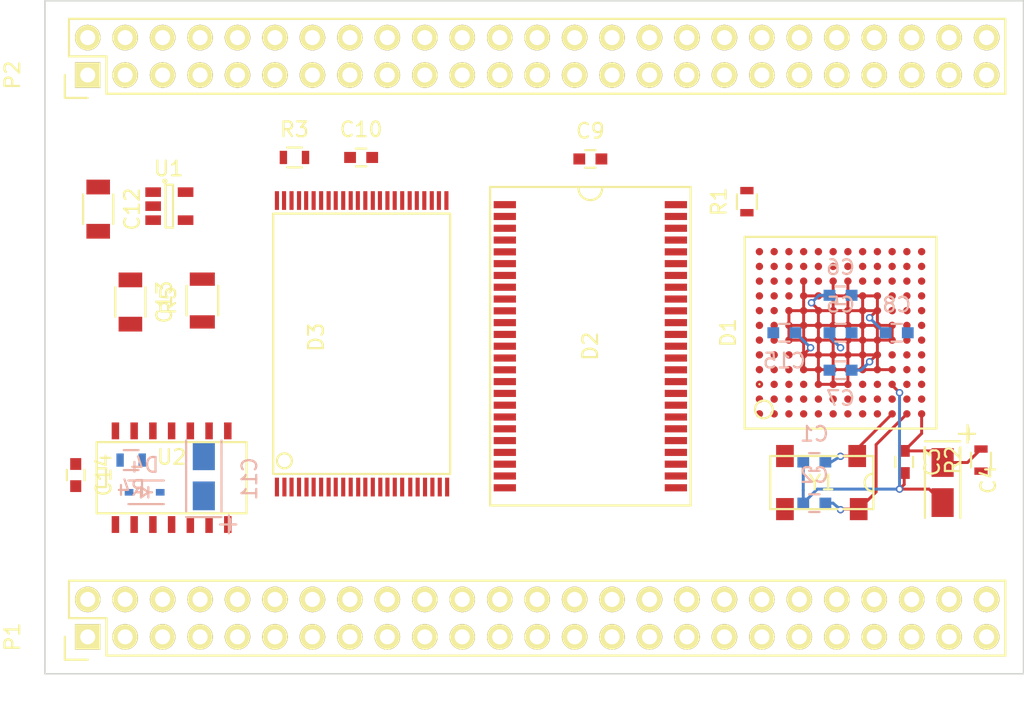
<source format=kicad_pcb>
(kicad_pcb (version 4) (host pcbnew "(after 2015-mar-04 BZR unknown)-product")

  (general
    (links 287)
    (no_connects 224)
    (area 84.481667 64.759999 156.912572 110.500001)
    (thickness 1.6)
    (drawings 4)
    (tracks 145)
    (zones 0)
    (modules 29)
    (nets 106)
  )

  (page A4)
  (layers
    (0 F.Cu mixed)
    (1 In1.Cu signal)
    (2 In2.Cu mixed)
    (3 In3.Cu power)
    (4 In4.Cu power)
    (5 In5.Cu signal)
    (6 In6.Cu signal)
    (31 B.Cu mixed)
    (32 B.Adhes user)
    (33 F.Adhes user)
    (34 B.Paste user)
    (35 F.Paste user)
    (36 B.SilkS user)
    (37 F.SilkS user)
    (38 B.Mask user)
    (39 F.Mask user)
    (40 Dwgs.User user)
    (41 Cmts.User user)
    (42 Eco1.User user)
    (43 Eco2.User user)
    (44 Edge.Cuts user)
    (45 Margin user)
    (46 B.CrtYd user)
    (47 F.CrtYd user)
    (48 B.Fab user)
    (49 F.Fab user)
  )

  (setup
    (last_trace_width 0.2)
    (trace_clearance 0.15)
    (zone_clearance 0.508)
    (zone_45_only no)
    (trace_min 0.15)
    (segment_width 0.2)
    (edge_width 0.1)
    (via_size 0.5)
    (via_drill 0.3)
    (via_min_size 0.3)
    (via_min_drill 0.3)
    (uvia_size 0.5)
    (uvia_drill 0.2)
    (uvias_allowed yes)
    (uvia_min_size 0.2)
    (uvia_min_drill 0.2)
    (pcb_text_width 0.3)
    (pcb_text_size 1.5 1.5)
    (mod_edge_width 0.15)
    (mod_text_size 1 1)
    (mod_text_width 0.15)
    (pad_size 1.7272 1.7272)
    (pad_drill 1.016)
    (pad_to_mask_clearance 0)
    (aux_axis_origin 0 0)
    (visible_elements 7FFEF7FF)
    (pcbplotparams
      (layerselection 0x00030_80000001)
      (usegerberextensions false)
      (excludeedgelayer true)
      (linewidth 0.100000)
      (plotframeref false)
      (viasonmask false)
      (mode 1)
      (useauxorigin false)
      (hpglpennumber 1)
      (hpglpenspeed 20)
      (hpglpendiameter 15)
      (hpglpenoverlay 2)
      (psnegative false)
      (psa4output false)
      (plotreference true)
      (plotvalue true)
      (plotinvisibletext false)
      (padsonsilk false)
      (subtractmaskfromsilk false)
      (outputformat 1)
      (mirror false)
      (drillshape 1)
      (scaleselection 1)
      (outputdirectory ""))
  )

  (net 0 "")
  (net 1 "Net-(C1-Pad1)")
  (net 2 "Net-(C2-Pad1)")
  (net 3 "Net-(C3-Pad1)")
  (net 4 VCC)
  (net 5 "Net-(C11-Pad1)")
  (net 6 +3V3)
  (net 7 A16)
  (net 8 A14)
  (net 9 A12)
  (net 10 A9)
  (net 11 A6)
  (net 12 A4)
  (net 13 A2)
  (net 14 A0)
  (net 15 ~RSTIN)
  (net 16 ~DTACK)
  (net 17 A19)
  (net 18 A22)
  (net 19 A23)
  (net 20 SPMRXD)
  (net 21 ~DWE)
  (net 22 TXD)
  (net 23 ~EMUIRQ)
  (net 24 /CPU/D0)
  (net 25 /CPU/D1)
  (net 26 ~OE)
  (net 27 ~UWE)
  (net 28 A1)
  (net 29 A3)
  (net 30 A5)
  (net 31 A8)
  (net 32 A15)
  (net 33 A13)
  (net 34 A11)
  (net 35 A18)
  (net 36 A17)
  (net 37 A10)
  (net 38 A7)
  (net 39 ~LWE)
  (net 40 A21)
  (net 41 A20)
  (net 42 SPMTXD)
  (net 43 /CPU/D4)
  (net 44 /CPU/D3)
  (net 45 /CPU/D6)
  (net 46 /CPU/D5)
  (net 47 /CPU/D2)
  (net 48 SPMCLK)
  (net 49 RXD)
  (net 50 ~CTS)
  (net 51 ~RST)
  (net 52 ~EMUCS)
  (net 53 ~HIZ)
  (net 54 ~EMUBRK)
  (net 55 ~IRQ2)
  (net 56 ~IRQ6)
  (net 57 CLKO)
  (net 58 ~IRQ5)
  (net 59 ~IRQ3)
  (net 60 ~IRQ1)
  (net 61 ~INT2)
  (net 62 LLP)
  (net 63 ~INT3)
  (net 64 ~INT0)
  (net 65 LACD)
  (net 66 LFRM)
  (net 67 ~INT1)
  (net 68 CONTRAST)
  (net 69 LCLK)
  (net 70 /CPU/D9)
  (net 71 /CPU/D8)
  (net 72 /CPU/D7)
  (net 73 /CPU/D11)
  (net 74 /CPU/D10)
  (net 75 /CPU/D12)
  (net 76 /CPU/D13)
  (net 77 /CPU/D14)
  (net 78 /CPU/D15)
  (net 79 LD0)
  (net 80 ~CSA1)
  (net 81 ~CSA0)
  (net 82 LD1)
  (net 83 LD2)
  (net 84 LD3)
  (net 85 PWMO)
  (net 86 TOUT/TIN)
  (net 87 ~CAS1)
  (net 88 ~RAS1)
  (net 89 ~RAS0)
  (net 90 ~CSB0)
  (net 91 ~CSB1)
  (net 92 ~CAS0)
  (net 93 "Net-(D3-Pad15)")
  (net 94 "Net-(D3-Pad47)")
  (net 95 "Net-(P1-Pad29)")
  (net 96 "Net-(P1-Pad30)")
  (net 97 "Net-(P1-Pad42)")
  (net 98 PWRON)
  (net 99 ~RESET)
  (net 100 "Net-(P2-Pad22)")
  (net 101 "Net-(R5-Pad2)")
  (net 102 "Net-(U2-Pad3)")
  (net 103 "Net-(U2-Pad10)")
  (net 104 "Net-(U2-Pad12)")
  (net 105 GND1)

  (net_class Default "Это класс цепей по умолчанию."
    (clearance 0.15)
    (trace_width 0.2)
    (via_dia 0.5)
    (via_drill 0.3)
    (uvia_dia 0.5)
    (uvia_drill 0.2)
    (add_net /CPU/D0)
    (add_net /CPU/D1)
    (add_net /CPU/D10)
    (add_net /CPU/D11)
    (add_net /CPU/D12)
    (add_net /CPU/D13)
    (add_net /CPU/D14)
    (add_net /CPU/D15)
    (add_net /CPU/D2)
    (add_net /CPU/D3)
    (add_net /CPU/D4)
    (add_net /CPU/D5)
    (add_net /CPU/D6)
    (add_net /CPU/D7)
    (add_net /CPU/D8)
    (add_net /CPU/D9)
    (add_net A0)
    (add_net A1)
    (add_net A10)
    (add_net A11)
    (add_net A12)
    (add_net A13)
    (add_net A14)
    (add_net A15)
    (add_net A16)
    (add_net A17)
    (add_net A18)
    (add_net A19)
    (add_net A2)
    (add_net A20)
    (add_net A21)
    (add_net A22)
    (add_net A23)
    (add_net A3)
    (add_net A4)
    (add_net A5)
    (add_net A6)
    (add_net A7)
    (add_net A8)
    (add_net A9)
    (add_net CLKO)
    (add_net CONTRAST)
    (add_net GND1)
    (add_net LACD)
    (add_net LCLK)
    (add_net LD0)
    (add_net LD1)
    (add_net LD2)
    (add_net LD3)
    (add_net LFRM)
    (add_net LLP)
    (add_net "Net-(C1-Pad1)")
    (add_net "Net-(C11-Pad1)")
    (add_net "Net-(C2-Pad1)")
    (add_net "Net-(C3-Pad1)")
    (add_net "Net-(D3-Pad15)")
    (add_net "Net-(D3-Pad47)")
    (add_net "Net-(P1-Pad29)")
    (add_net "Net-(P1-Pad30)")
    (add_net "Net-(P1-Pad42)")
    (add_net "Net-(P2-Pad22)")
    (add_net "Net-(R5-Pad2)")
    (add_net "Net-(U2-Pad10)")
    (add_net "Net-(U2-Pad12)")
    (add_net "Net-(U2-Pad3)")
    (add_net PWMO)
    (add_net PWRON)
    (add_net RXD)
    (add_net SPMCLK)
    (add_net SPMRXD)
    (add_net SPMTXD)
    (add_net TOUT/TIN)
    (add_net TXD)
    (add_net ~CAS0)
    (add_net ~CAS1)
    (add_net ~CSA0)
    (add_net ~CSA1)
    (add_net ~CSB0)
    (add_net ~CSB1)
    (add_net ~CTS)
    (add_net ~DTACK)
    (add_net ~DWE)
    (add_net ~EMUBRK)
    (add_net ~EMUCS)
    (add_net ~EMUIRQ)
    (add_net ~HIZ)
    (add_net ~INT0)
    (add_net ~INT1)
    (add_net ~INT2)
    (add_net ~INT3)
    (add_net ~IRQ1)
    (add_net ~IRQ2)
    (add_net ~IRQ3)
    (add_net ~IRQ5)
    (add_net ~IRQ6)
    (add_net ~LWE)
    (add_net ~OE)
    (add_net ~RAS0)
    (add_net ~RAS1)
    (add_net ~RESET)
    (add_net ~RST)
    (add_net ~RSTIN)
    (add_net ~UWE)
  )

  (net_class Power ""
    (clearance 0.22)
    (trace_width 0.22)
    (via_dia 0.5)
    (via_drill 0.3)
    (uvia_dia 0.5)
    (uvia_drill 0.2)
    (add_net +3V3)
    (add_net VCC)
  )

  (module Capacitors_SMD:C_0603 (layer B.Cu) (tedit 5415D631) (tstamp 555BA23B)
    (at 141.986 96.0882 180)
    (descr "Capacitor SMD 0603, reflow soldering, AVX (see smccp.pdf)")
    (tags "capacitor 0603")
    (path /553AB973/553ABBFB)
    (attr smd)
    (fp_text reference C1 (at 0 1.9 180) (layer B.SilkS)
      (effects (font (size 1 1) (thickness 0.15)) (justify mirror))
    )
    (fp_text value 22p (at 0 -1.9 180) (layer B.Fab)
      (effects (font (size 1 1) (thickness 0.15)) (justify mirror))
    )
    (fp_line (start -1.45 0.75) (end 1.45 0.75) (layer B.CrtYd) (width 0.05))
    (fp_line (start -1.45 -0.75) (end 1.45 -0.75) (layer B.CrtYd) (width 0.05))
    (fp_line (start -1.45 0.75) (end -1.45 -0.75) (layer B.CrtYd) (width 0.05))
    (fp_line (start 1.45 0.75) (end 1.45 -0.75) (layer B.CrtYd) (width 0.05))
    (fp_line (start -0.35 0.6) (end 0.35 0.6) (layer B.SilkS) (width 0.15))
    (fp_line (start 0.35 -0.6) (end -0.35 -0.6) (layer B.SilkS) (width 0.15))
    (pad 1 smd rect (at -0.75 0 180) (size 0.8 0.75) (layers B.Cu B.Paste B.Mask)
      (net 1 "Net-(C1-Pad1)"))
    (pad 2 smd rect (at 0.75 0 180) (size 0.8 0.75) (layers B.Cu B.Paste B.Mask)
      (net 105 GND1))
    (model Capacitors_SMD.3dshapes/C_0603.wrl
      (at (xyz 0 0 0))
      (scale (xyz 1 1 1))
      (rotate (xyz 0 0 0))
    )
  )

  (module Capacitors_SMD:C_0603 (layer B.Cu) (tedit 5415D631) (tstamp 555BA241)
    (at 141.986 98.8822 180)
    (descr "Capacitor SMD 0603, reflow soldering, AVX (see smccp.pdf)")
    (tags "capacitor 0603")
    (path /553AB973/553ABC19)
    (attr smd)
    (fp_text reference C2 (at 0 1.9 180) (layer B.SilkS)
      (effects (font (size 1 1) (thickness 0.15)) (justify mirror))
    )
    (fp_text value 22p (at 0 -1.9 180) (layer B.Fab)
      (effects (font (size 1 1) (thickness 0.15)) (justify mirror))
    )
    (fp_line (start -1.45 0.75) (end 1.45 0.75) (layer B.CrtYd) (width 0.05))
    (fp_line (start -1.45 -0.75) (end 1.45 -0.75) (layer B.CrtYd) (width 0.05))
    (fp_line (start -1.45 0.75) (end -1.45 -0.75) (layer B.CrtYd) (width 0.05))
    (fp_line (start 1.45 0.75) (end 1.45 -0.75) (layer B.CrtYd) (width 0.05))
    (fp_line (start -0.35 0.6) (end 0.35 0.6) (layer B.SilkS) (width 0.15))
    (fp_line (start 0.35 -0.6) (end -0.35 -0.6) (layer B.SilkS) (width 0.15))
    (pad 1 smd rect (at -0.75 0 180) (size 0.8 0.75) (layers B.Cu B.Paste B.Mask)
      (net 2 "Net-(C2-Pad1)"))
    (pad 2 smd rect (at 0.75 0 180) (size 0.8 0.75) (layers B.Cu B.Paste B.Mask)
      (net 105 GND1))
    (model Capacitors_SMD.3dshapes/C_0603.wrl
      (at (xyz 0 0 0))
      (scale (xyz 1 1 1))
      (rotate (xyz 0 0 0))
    )
  )

  (module Capacitors_SMD:C_0603 (layer F.Cu) (tedit 5415D631) (tstamp 555BA247)
    (at 148.082 96.0882 270)
    (descr "Capacitor SMD 0603, reflow soldering, AVX (see smccp.pdf)")
    (tags "capacitor 0603")
    (path /553AB973/553ABDC7)
    (attr smd)
    (fp_text reference C3 (at 0 -1.9 270) (layer F.SilkS)
      (effects (font (size 1 1) (thickness 0.15)))
    )
    (fp_text value 0.1uc (at 0 1.9 270) (layer F.Fab)
      (effects (font (size 1 1) (thickness 0.15)))
    )
    (fp_line (start -1.45 -0.75) (end 1.45 -0.75) (layer F.CrtYd) (width 0.05))
    (fp_line (start -1.45 0.75) (end 1.45 0.75) (layer F.CrtYd) (width 0.05))
    (fp_line (start -1.45 -0.75) (end -1.45 0.75) (layer F.CrtYd) (width 0.05))
    (fp_line (start 1.45 -0.75) (end 1.45 0.75) (layer F.CrtYd) (width 0.05))
    (fp_line (start -0.35 -0.6) (end 0.35 -0.6) (layer F.SilkS) (width 0.15))
    (fp_line (start 0.35 0.6) (end -0.35 0.6) (layer F.SilkS) (width 0.15))
    (pad 1 smd rect (at -0.75 0 270) (size 0.8 0.75) (layers F.Cu F.Paste F.Mask)
      (net 3 "Net-(C3-Pad1)"))
    (pad 2 smd rect (at 0.75 0 270) (size 0.8 0.75) (layers F.Cu F.Paste F.Mask)
      (net 105 GND1))
    (model Capacitors_SMD.3dshapes/C_0603.wrl
      (at (xyz 0 0 0))
      (scale (xyz 1 1 1))
      (rotate (xyz 0 0 0))
    )
  )

  (module Capacitors_Tantalum_SMD:TantalC_SizeA_EIA-3216_Reflow (layer F.Cu) (tedit 0) (tstamp 555BA24D)
    (at 150.6855 97.4852 270)
    (descr "Tantal Cap. , Size A, EIA-3216, Reflow,")
    (tags "Tantal Cap. , Size A, EIA-3216, reflow,")
    (path /553AB973/553ABE1B)
    (attr smd)
    (fp_text reference C4 (at -0.20066 -3.0988 270) (layer F.SilkS)
      (effects (font (size 1 1) (thickness 0.15)))
    )
    (fp_text value 4.7uc (at -0.09906 3.0988 270) (layer F.Fab)
      (effects (font (size 1 1) (thickness 0.15)))
    )
    (fp_text user + (at -3.29946 -1.69926 270) (layer F.SilkS)
      (effects (font (size 1 1) (thickness 0.15)))
    )
    (fp_line (start 1.6002 -1.19888) (end 2.4003 -1.19888) (layer F.SilkS) (width 0.15))
    (fp_line (start -1.6002 -1.19888) (end -2.4003 -1.19888) (layer F.SilkS) (width 0.15))
    (fp_line (start -1.6002 1.19888) (end -2.4003 1.19888) (layer F.SilkS) (width 0.15))
    (fp_line (start 1.6002 1.19888) (end 2.4003 1.19888) (layer F.SilkS) (width 0.15))
    (fp_line (start -3.29946 -2.19964) (end -3.29946 -1.09982) (layer F.SilkS) (width 0.15))
    (fp_line (start -3.8989 -1.69926) (end -2.70002 -1.69926) (layer F.SilkS) (width 0.15))
    (fp_line (start -2.79908 -1.19888) (end -2.79908 1.19888) (layer F.SilkS) (width 0.15))
    (fp_line (start 1.6002 -1.19888) (end -1.6002 -1.19888) (layer F.SilkS) (width 0.15))
    (fp_line (start 1.6002 1.19888) (end -1.6002 1.19888) (layer F.SilkS) (width 0.15))
    (pad 2 smd rect (at 1.3589 0 270) (size 1.95072 1.50114) (layers F.Cu F.Paste F.Mask)
      (net 105 GND1))
    (pad 1 smd rect (at -1.3589 0 270) (size 1.95072 1.50114) (layers F.Cu F.Paste F.Mask)
      (net 3 "Net-(C3-Pad1)"))
    (model Capacitors_Tantalum_SMD.3dshapes/TantalC_SizeA_EIA-3216_Reflow.wrl
      (at (xyz 0 0 0))
      (scale (xyz 1 1 1))
      (rotate (xyz 0 0 180))
    )
  )

  (module Capacitors_SMD:C_0603 (layer B.Cu) (tedit 5415D631) (tstamp 555BA253)
    (at 143.764 87.3252 180)
    (descr "Capacitor SMD 0603, reflow soldering, AVX (see smccp.pdf)")
    (tags "capacitor 0603")
    (path /553AB973/553C47BB)
    (attr smd)
    (fp_text reference C5 (at 0 1.9 180) (layer B.SilkS)
      (effects (font (size 1 1) (thickness 0.15)) (justify mirror))
    )
    (fp_text value 0.1uc (at 0 -1.9 180) (layer B.Fab)
      (effects (font (size 1 1) (thickness 0.15)) (justify mirror))
    )
    (fp_line (start -1.45 0.75) (end 1.45 0.75) (layer B.CrtYd) (width 0.05))
    (fp_line (start -1.45 -0.75) (end 1.45 -0.75) (layer B.CrtYd) (width 0.05))
    (fp_line (start -1.45 0.75) (end -1.45 -0.75) (layer B.CrtYd) (width 0.05))
    (fp_line (start 1.45 0.75) (end 1.45 -0.75) (layer B.CrtYd) (width 0.05))
    (fp_line (start -0.35 0.6) (end 0.35 0.6) (layer B.SilkS) (width 0.15))
    (fp_line (start 0.35 -0.6) (end -0.35 -0.6) (layer B.SilkS) (width 0.15))
    (pad 1 smd rect (at -0.75 0 180) (size 0.8 0.75) (layers B.Cu B.Paste B.Mask)
      (net 4 VCC))
    (pad 2 smd rect (at 0.75 0 180) (size 0.8 0.75) (layers B.Cu B.Paste B.Mask)
      (net 105 GND1))
    (model Capacitors_SMD.3dshapes/C_0603.wrl
      (at (xyz 0 0 0))
      (scale (xyz 1 1 1))
      (rotate (xyz 0 0 0))
    )
  )

  (module Capacitors_SMD:C_0603 (layer B.Cu) (tedit 5415D631) (tstamp 555BA259)
    (at 143.764 84.7852 180)
    (descr "Capacitor SMD 0603, reflow soldering, AVX (see smccp.pdf)")
    (tags "capacitor 0603")
    (path /553AB973/553C489E)
    (attr smd)
    (fp_text reference C6 (at 0 1.9 180) (layer B.SilkS)
      (effects (font (size 1 1) (thickness 0.15)) (justify mirror))
    )
    (fp_text value 0.1uc (at 0 -1.9 180) (layer B.Fab)
      (effects (font (size 1 1) (thickness 0.15)) (justify mirror))
    )
    (fp_line (start -1.45 0.75) (end 1.45 0.75) (layer B.CrtYd) (width 0.05))
    (fp_line (start -1.45 -0.75) (end 1.45 -0.75) (layer B.CrtYd) (width 0.05))
    (fp_line (start -1.45 0.75) (end -1.45 -0.75) (layer B.CrtYd) (width 0.05))
    (fp_line (start 1.45 0.75) (end 1.45 -0.75) (layer B.CrtYd) (width 0.05))
    (fp_line (start -0.35 0.6) (end 0.35 0.6) (layer B.SilkS) (width 0.15))
    (fp_line (start 0.35 -0.6) (end -0.35 -0.6) (layer B.SilkS) (width 0.15))
    (pad 1 smd rect (at -0.75 0 180) (size 0.8 0.75) (layers B.Cu B.Paste B.Mask)
      (net 4 VCC))
    (pad 2 smd rect (at 0.75 0 180) (size 0.8 0.75) (layers B.Cu B.Paste B.Mask)
      (net 105 GND1))
    (model Capacitors_SMD.3dshapes/C_0603.wrl
      (at (xyz 0 0 0))
      (scale (xyz 1 1 1))
      (rotate (xyz 0 0 0))
    )
  )

  (module Capacitors_SMD:C_0603 (layer B.Cu) (tedit 5415D631) (tstamp 555BA25F)
    (at 143.764 89.8652)
    (descr "Capacitor SMD 0603, reflow soldering, AVX (see smccp.pdf)")
    (tags "capacitor 0603")
    (path /553AB973/553C48D6)
    (attr smd)
    (fp_text reference C7 (at 0 1.9) (layer B.SilkS)
      (effects (font (size 1 1) (thickness 0.15)) (justify mirror))
    )
    (fp_text value 0.1uc (at 0 -1.9) (layer B.Fab)
      (effects (font (size 1 1) (thickness 0.15)) (justify mirror))
    )
    (fp_line (start -1.45 0.75) (end 1.45 0.75) (layer B.CrtYd) (width 0.05))
    (fp_line (start -1.45 -0.75) (end 1.45 -0.75) (layer B.CrtYd) (width 0.05))
    (fp_line (start -1.45 0.75) (end -1.45 -0.75) (layer B.CrtYd) (width 0.05))
    (fp_line (start 1.45 0.75) (end 1.45 -0.75) (layer B.CrtYd) (width 0.05))
    (fp_line (start -0.35 0.6) (end 0.35 0.6) (layer B.SilkS) (width 0.15))
    (fp_line (start 0.35 -0.6) (end -0.35 -0.6) (layer B.SilkS) (width 0.15))
    (pad 1 smd rect (at -0.75 0) (size 0.8 0.75) (layers B.Cu B.Paste B.Mask)
      (net 4 VCC))
    (pad 2 smd rect (at 0.75 0) (size 0.8 0.75) (layers B.Cu B.Paste B.Mask)
      (net 105 GND1))
    (model Capacitors_SMD.3dshapes/C_0603.wrl
      (at (xyz 0 0 0))
      (scale (xyz 1 1 1))
      (rotate (xyz 0 0 0))
    )
  )

  (module Capacitors_SMD:C_0603 (layer B.Cu) (tedit 5415D631) (tstamp 555BA265)
    (at 147.574 87.3252 180)
    (descr "Capacitor SMD 0603, reflow soldering, AVX (see smccp.pdf)")
    (tags "capacitor 0603")
    (path /553AB973/553C4E84)
    (attr smd)
    (fp_text reference C8 (at 0 1.9 180) (layer B.SilkS)
      (effects (font (size 1 1) (thickness 0.15)) (justify mirror))
    )
    (fp_text value 0.1uc (at 0 -1.9 180) (layer B.Fab)
      (effects (font (size 1 1) (thickness 0.15)) (justify mirror))
    )
    (fp_line (start -1.45 0.75) (end 1.45 0.75) (layer B.CrtYd) (width 0.05))
    (fp_line (start -1.45 -0.75) (end 1.45 -0.75) (layer B.CrtYd) (width 0.05))
    (fp_line (start -1.45 0.75) (end -1.45 -0.75) (layer B.CrtYd) (width 0.05))
    (fp_line (start 1.45 0.75) (end 1.45 -0.75) (layer B.CrtYd) (width 0.05))
    (fp_line (start -0.35 0.6) (end 0.35 0.6) (layer B.SilkS) (width 0.15))
    (fp_line (start 0.35 -0.6) (end -0.35 -0.6) (layer B.SilkS) (width 0.15))
    (pad 1 smd rect (at -0.75 0 180) (size 0.8 0.75) (layers B.Cu B.Paste B.Mask)
      (net 4 VCC))
    (pad 2 smd rect (at 0.75 0 180) (size 0.8 0.75) (layers B.Cu B.Paste B.Mask)
      (net 105 GND1))
    (model Capacitors_SMD.3dshapes/C_0603.wrl
      (at (xyz 0 0 0))
      (scale (xyz 1 1 1))
      (rotate (xyz 0 0 0))
    )
  )

  (module Capacitors_SMD:C_0603 (layer F.Cu) (tedit 5415D631) (tstamp 555BA26B)
    (at 126.7968 75.5396)
    (descr "Capacitor SMD 0603, reflow soldering, AVX (see smccp.pdf)")
    (tags "capacitor 0603")
    (path /553D71F1/554158F3)
    (attr smd)
    (fp_text reference C9 (at 0 -1.9) (layer F.SilkS)
      (effects (font (size 1 1) (thickness 0.15)))
    )
    (fp_text value 0.1uc (at 0 1.9) (layer F.Fab)
      (effects (font (size 1 1) (thickness 0.15)))
    )
    (fp_line (start -1.45 -0.75) (end 1.45 -0.75) (layer F.CrtYd) (width 0.05))
    (fp_line (start -1.45 0.75) (end 1.45 0.75) (layer F.CrtYd) (width 0.05))
    (fp_line (start -1.45 -0.75) (end -1.45 0.75) (layer F.CrtYd) (width 0.05))
    (fp_line (start 1.45 -0.75) (end 1.45 0.75) (layer F.CrtYd) (width 0.05))
    (fp_line (start -0.35 -0.6) (end 0.35 -0.6) (layer F.SilkS) (width 0.15))
    (fp_line (start 0.35 0.6) (end -0.35 0.6) (layer F.SilkS) (width 0.15))
    (pad 1 smd rect (at -0.75 0) (size 0.8 0.75) (layers F.Cu F.Paste F.Mask)
      (net 4 VCC))
    (pad 2 smd rect (at 0.75 0) (size 0.8 0.75) (layers F.Cu F.Paste F.Mask)
      (net 105 GND1))
    (model Capacitors_SMD.3dshapes/C_0603.wrl
      (at (xyz 0 0 0))
      (scale (xyz 1 1 1))
      (rotate (xyz 0 0 0))
    )
  )

  (module Capacitors_SMD:C_0603 (layer F.Cu) (tedit 5415D631) (tstamp 555BA271)
    (at 111.252 75.438)
    (descr "Capacitor SMD 0603, reflow soldering, AVX (see smccp.pdf)")
    (tags "capacitor 0603")
    (path /553D71F1/55415C8C)
    (attr smd)
    (fp_text reference C10 (at 0 -1.9) (layer F.SilkS)
      (effects (font (size 1 1) (thickness 0.15)))
    )
    (fp_text value 0.1uc (at 0 1.9) (layer F.Fab)
      (effects (font (size 1 1) (thickness 0.15)))
    )
    (fp_line (start -1.45 -0.75) (end 1.45 -0.75) (layer F.CrtYd) (width 0.05))
    (fp_line (start -1.45 0.75) (end 1.45 0.75) (layer F.CrtYd) (width 0.05))
    (fp_line (start -1.45 -0.75) (end -1.45 0.75) (layer F.CrtYd) (width 0.05))
    (fp_line (start 1.45 -0.75) (end 1.45 0.75) (layer F.CrtYd) (width 0.05))
    (fp_line (start -0.35 -0.6) (end 0.35 -0.6) (layer F.SilkS) (width 0.15))
    (fp_line (start 0.35 0.6) (end -0.35 0.6) (layer F.SilkS) (width 0.15))
    (pad 1 smd rect (at -0.75 0) (size 0.8 0.75) (layers F.Cu F.Paste F.Mask)
      (net 4 VCC))
    (pad 2 smd rect (at 0.75 0) (size 0.8 0.75) (layers F.Cu F.Paste F.Mask)
      (net 105 GND1))
    (model Capacitors_SMD.3dshapes/C_0603.wrl
      (at (xyz 0 0 0))
      (scale (xyz 1 1 1))
      (rotate (xyz 0 0 0))
    )
  )

  (module Capacitors_Tantalum_SMD:TantalC_SizeA_EIA-3216_Reflow (layer B.Cu) (tedit 0) (tstamp 555BA277)
    (at 100.584 97.028 90)
    (descr "Tantal Cap. , Size A, EIA-3216, Reflow,")
    (tags "Tantal Cap. , Size A, EIA-3216, reflow,")
    (path /554AF685/5553C5B7)
    (attr smd)
    (fp_text reference C11 (at -0.20066 3.0988 90) (layer B.SilkS)
      (effects (font (size 1 1) (thickness 0.15)) (justify mirror))
    )
    (fp_text value 4.7uc (at -0.09906 -3.0988 90) (layer B.Fab)
      (effects (font (size 1 1) (thickness 0.15)) (justify mirror))
    )
    (fp_text user + (at -3.29946 1.69926 90) (layer B.SilkS)
      (effects (font (size 1 1) (thickness 0.15)) (justify mirror))
    )
    (fp_line (start 1.6002 1.19888) (end 2.4003 1.19888) (layer B.SilkS) (width 0.15))
    (fp_line (start -1.6002 1.19888) (end -2.4003 1.19888) (layer B.SilkS) (width 0.15))
    (fp_line (start -1.6002 -1.19888) (end -2.4003 -1.19888) (layer B.SilkS) (width 0.15))
    (fp_line (start 1.6002 -1.19888) (end 2.4003 -1.19888) (layer B.SilkS) (width 0.15))
    (fp_line (start -3.29946 2.19964) (end -3.29946 1.09982) (layer B.SilkS) (width 0.15))
    (fp_line (start -3.8989 1.69926) (end -2.70002 1.69926) (layer B.SilkS) (width 0.15))
    (fp_line (start -2.79908 1.19888) (end -2.79908 -1.19888) (layer B.SilkS) (width 0.15))
    (fp_line (start 1.6002 1.19888) (end -1.6002 1.19888) (layer B.SilkS) (width 0.15))
    (fp_line (start 1.6002 -1.19888) (end -1.6002 -1.19888) (layer B.SilkS) (width 0.15))
    (pad 2 smd rect (at 1.3589 0 90) (size 1.95072 1.50114) (layers B.Cu B.Paste B.Mask)
      (net 105 GND1))
    (pad 1 smd rect (at -1.3589 0 90) (size 1.95072 1.50114) (layers B.Cu B.Paste B.Mask)
      (net 5 "Net-(C11-Pad1)"))
    (model Capacitors_Tantalum_SMD.3dshapes/TantalC_SizeA_EIA-3216_Reflow.wrl
      (at (xyz 0 0 0))
      (scale (xyz 1 1 1))
      (rotate (xyz 0 0 180))
    )
  )

  (module Capacitors_SMD:C_1206 (layer F.Cu) (tedit 5415D7BD) (tstamp 555BA27D)
    (at 93.4212 78.9432 270)
    (descr "Capacitor SMD 1206, reflow soldering, AVX (see smccp.pdf)")
    (tags "capacitor 1206")
    (path /554AF685/55526479)
    (attr smd)
    (fp_text reference C12 (at 0 -2.3 270) (layer F.SilkS)
      (effects (font (size 1 1) (thickness 0.15)))
    )
    (fp_text value 1uc (at 0 2.3 270) (layer F.Fab)
      (effects (font (size 1 1) (thickness 0.15)))
    )
    (fp_line (start -2.3 -1.15) (end 2.3 -1.15) (layer F.CrtYd) (width 0.05))
    (fp_line (start -2.3 1.15) (end 2.3 1.15) (layer F.CrtYd) (width 0.05))
    (fp_line (start -2.3 -1.15) (end -2.3 1.15) (layer F.CrtYd) (width 0.05))
    (fp_line (start 2.3 -1.15) (end 2.3 1.15) (layer F.CrtYd) (width 0.05))
    (fp_line (start 1 -1.025) (end -1 -1.025) (layer F.SilkS) (width 0.15))
    (fp_line (start -1 1.025) (end 1 1.025) (layer F.SilkS) (width 0.15))
    (pad 1 smd rect (at -1.5 0 270) (size 1 1.6) (layers F.Cu F.Paste F.Mask)
      (net 6 +3V3))
    (pad 2 smd rect (at 1.5 0 270) (size 1 1.6) (layers F.Cu F.Paste F.Mask)
      (net 105 GND1))
    (model Capacitors_SMD.3dshapes/C_1206.wrl
      (at (xyz 0 0 0))
      (scale (xyz 1 1 1))
      (rotate (xyz 0 0 0))
    )
  )

  (module Capacitors_SMD:C_1206 (layer F.Cu) (tedit 5415D7BD) (tstamp 555BA283)
    (at 95.6056 85.2424 270)
    (descr "Capacitor SMD 1206, reflow soldering, AVX (see smccp.pdf)")
    (tags "capacitor 1206")
    (path /554AF685/555263C4)
    (attr smd)
    (fp_text reference C13 (at 0 -2.3 270) (layer F.SilkS)
      (effects (font (size 1 1) (thickness 0.15)))
    )
    (fp_text value 1uc (at 0 2.3 270) (layer F.Fab)
      (effects (font (size 1 1) (thickness 0.15)))
    )
    (fp_line (start -2.3 -1.15) (end 2.3 -1.15) (layer F.CrtYd) (width 0.05))
    (fp_line (start -2.3 1.15) (end 2.3 1.15) (layer F.CrtYd) (width 0.05))
    (fp_line (start -2.3 -1.15) (end -2.3 1.15) (layer F.CrtYd) (width 0.05))
    (fp_line (start 2.3 -1.15) (end 2.3 1.15) (layer F.CrtYd) (width 0.05))
    (fp_line (start 1 -1.025) (end -1 -1.025) (layer F.SilkS) (width 0.15))
    (fp_line (start -1 1.025) (end 1 1.025) (layer F.SilkS) (width 0.15))
    (pad 1 smd rect (at -1.5 0 270) (size 1 1.6) (layers F.Cu F.Paste F.Mask)
      (net 4 VCC))
    (pad 2 smd rect (at 1.5 0 270) (size 1 1.6) (layers F.Cu F.Paste F.Mask)
      (net 105 GND1))
    (model Capacitors_SMD.3dshapes/C_1206.wrl
      (at (xyz 0 0 0))
      (scale (xyz 1 1 1))
      (rotate (xyz 0 0 0))
    )
  )

  (module Capacitors_SMD:C_0603 (layer F.Cu) (tedit 5415D631) (tstamp 555BA289)
    (at 91.8972 96.9772 270)
    (descr "Capacitor SMD 0603, reflow soldering, AVX (see smccp.pdf)")
    (tags "capacitor 0603")
    (path /554AF685/55540D5A)
    (attr smd)
    (fp_text reference C14 (at 0 -1.9 270) (layer F.SilkS)
      (effects (font (size 1 1) (thickness 0.15)))
    )
    (fp_text value 0.1uc (at 0 1.9 270) (layer F.Fab)
      (effects (font (size 1 1) (thickness 0.15)))
    )
    (fp_line (start -1.45 -0.75) (end 1.45 -0.75) (layer F.CrtYd) (width 0.05))
    (fp_line (start -1.45 0.75) (end 1.45 0.75) (layer F.CrtYd) (width 0.05))
    (fp_line (start -1.45 -0.75) (end -1.45 0.75) (layer F.CrtYd) (width 0.05))
    (fp_line (start 1.45 -0.75) (end 1.45 0.75) (layer F.CrtYd) (width 0.05))
    (fp_line (start -0.35 -0.6) (end 0.35 -0.6) (layer F.SilkS) (width 0.15))
    (fp_line (start 0.35 0.6) (end -0.35 0.6) (layer F.SilkS) (width 0.15))
    (pad 1 smd rect (at -0.75 0 270) (size 0.8 0.75) (layers F.Cu F.Paste F.Mask)
      (net 4 VCC))
    (pad 2 smd rect (at 0.75 0 270) (size 0.8 0.75) (layers F.Cu F.Paste F.Mask)
      (net 105 GND1))
    (model Capacitors_SMD.3dshapes/C_0603.wrl
      (at (xyz 0 0 0))
      (scale (xyz 1 1 1))
      (rotate (xyz 0 0 0))
    )
  )

  (module Capacitors_SMD:C_0603 (layer B.Cu) (tedit 5415D631) (tstamp 555BA28F)
    (at 139.954 87.3252)
    (descr "Capacitor SMD 0603, reflow soldering, AVX (see smccp.pdf)")
    (tags "capacitor 0603")
    (path /553AB973/555A4594)
    (attr smd)
    (fp_text reference C15 (at 0 1.9) (layer B.SilkS)
      (effects (font (size 1 1) (thickness 0.15)) (justify mirror))
    )
    (fp_text value 0.1uc (at 0 -1.9) (layer B.Fab)
      (effects (font (size 1 1) (thickness 0.15)) (justify mirror))
    )
    (fp_line (start -1.45 0.75) (end 1.45 0.75) (layer B.CrtYd) (width 0.05))
    (fp_line (start -1.45 -0.75) (end 1.45 -0.75) (layer B.CrtYd) (width 0.05))
    (fp_line (start -1.45 0.75) (end -1.45 -0.75) (layer B.CrtYd) (width 0.05))
    (fp_line (start 1.45 0.75) (end 1.45 -0.75) (layer B.CrtYd) (width 0.05))
    (fp_line (start -0.35 0.6) (end 0.35 0.6) (layer B.SilkS) (width 0.15))
    (fp_line (start 0.35 -0.6) (end -0.35 -0.6) (layer B.SilkS) (width 0.15))
    (pad 1 smd rect (at -0.75 0) (size 0.8 0.75) (layers B.Cu B.Paste B.Mask)
      (net 4 VCC))
    (pad 2 smd rect (at 0.75 0) (size 0.8 0.75) (layers B.Cu B.Paste B.Mask)
      (net 105 GND1))
    (model Capacitors_SMD.3dshapes/C_0603.wrl
      (at (xyz 0 0 0))
      (scale (xyz 1 1 1))
      (rotate (xyz 0 0 0))
    )
  )

  (module SMD_Packages:BGA-144-1mm (layer F.Cu) (tedit 0) (tstamp 555BA323)
    (at 143.764 87.3252 90)
    (descr BGA-144-1mm)
    (path /553AB973/553AB9A2)
    (attr smd)
    (fp_text reference D1 (at 0 -7.62 90) (layer F.SilkS)
      (effects (font (size 1 1) (thickness 0.15)))
    )
    (fp_text value MC68EZ328 (at 0 7.62 90) (layer F.Fab)
      (effects (font (size 1 1) (thickness 0.15)))
    )
    (fp_circle (center -5.19938 -5.19938) (end -5.19938 -5.79882) (layer F.SilkS) (width 0.15))
    (fp_line (start -6.49986 0) (end -6.49986 -6.49986) (layer F.SilkS) (width 0.15))
    (fp_line (start -6.49986 -6.49986) (end 6.49986 -6.49986) (layer F.SilkS) (width 0.15))
    (fp_line (start 6.49986 -6.49986) (end 6.49986 6.49986) (layer F.SilkS) (width 0.15))
    (fp_line (start 6.49986 6.49986) (end -6.49986 6.49986) (layer F.SilkS) (width 0.15))
    (fp_line (start -6.49986 6.49986) (end -6.49986 0) (layer F.SilkS) (width 0.15))
    (fp_line (start -3.50012 -5.50164) (end -3.48996 -5.50164) (layer F.SilkS) (width 0.15))
    (pad A1 smd circle (at -5.50164 -5.50164 90) (size 0.50038 0.50038) (layers F.Cu F.Paste F.Mask)
      (net 7 A16))
    (pad A2 smd circle (at -4.50088 -5.50164 90) (size 0.50038 0.50038) (layers F.Cu F.Paste F.Mask)
      (net 8 A14))
    (pad A3 smd circle (at -3.50012 -5.50164 90) (size 0.50038 0.50038) (layers F.Cu F.Paste F.Mask)
      (net 4 VCC))
    (pad A4 smd circle (at -2.5019 -5.50164 90) (size 0.50038 0.50038) (layers F.Cu F.Paste F.Mask)
      (net 9 A12))
    (pad A5 smd circle (at -1.50114 -5.50164 90) (size 0.50038 0.50038) (layers F.Cu F.Paste F.Mask)
      (net 10 A9))
    (pad A6 smd circle (at -0.50038 -5.50164 90) (size 0.50038 0.50038) (layers F.Cu F.Paste F.Mask)
      (net 11 A6))
    (pad A7 smd circle (at 0.49784 -5.50164 90) (size 0.50038 0.50038) (layers F.Cu F.Paste F.Mask)
      (net 12 A4))
    (pad A8 smd circle (at 1.4986 -5.50164 90) (size 0.50038 0.50038) (layers F.Cu F.Paste F.Mask)
      (net 13 A2))
    (pad A9 smd circle (at 2.49936 -5.50164 90) (size 0.50038 0.50038) (layers F.Cu F.Paste F.Mask)
      (net 14 A0))
    (pad A10 smd circle (at 3.50012 -5.50164 90) (size 0.50038 0.50038) (layers F.Cu F.Paste F.Mask)
      (net 4 VCC))
    (pad A11 smd circle (at 4.49834 -5.50164 90) (size 0.50038 0.50038) (layers F.Cu F.Paste F.Mask)
      (net 15 ~RSTIN))
    (pad A12 smd circle (at 5.4991 -5.50164 90) (size 0.50038 0.50038) (layers F.Cu F.Paste F.Mask)
      (net 16 ~DTACK))
    (pad B1 smd circle (at -5.50164 -4.50088 90) (size 0.50038 0.50038) (layers F.Cu F.Paste F.Mask)
      (net 17 A19))
    (pad C1 smd circle (at -5.50164 -3.50012 90) (size 0.50038 0.50038) (layers F.Cu F.Paste F.Mask)
      (net 18 A22))
    (pad D1 smd circle (at -5.50164 -2.5019 90) (size 0.50038 0.50038) (layers F.Cu F.Paste F.Mask)
      (net 19 A23))
    (pad E1 smd circle (at -5.50164 -1.50114 90) (size 0.50038 0.50038) (layers F.Cu F.Paste F.Mask)
      (net 20 SPMRXD))
    (pad F1 smd circle (at -5.50164 -0.50038 90) (size 0.50038 0.50038) (layers F.Cu F.Paste F.Mask)
      (net 21 ~DWE))
    (pad G1 smd circle (at -5.50164 0.49784 90) (size 0.50038 0.50038) (layers F.Cu F.Paste F.Mask)
      (net 22 TXD))
    (pad H1 smd circle (at -5.50164 1.4986 90) (size 0.50038 0.50038) (layers F.Cu F.Paste F.Mask)
      (net 4 VCC))
    (pad J1 smd circle (at -5.50164 2.49936 90) (size 0.50038 0.50038) (layers F.Cu F.Paste F.Mask)
      (net 23 ~EMUIRQ))
    (pad B12 smd circle (at 5.4991 -4.50088 90) (size 0.50038 0.50038) (layers F.Cu F.Paste F.Mask)
      (net 24 /CPU/D0))
    (pad B11 smd circle (at 4.49834 -4.50088 90) (size 0.50038 0.50038) (layers F.Cu F.Paste F.Mask)
      (net 25 /CPU/D1))
    (pad B10 smd circle (at 3.50012 -4.50088 90) (size 0.50038 0.50038) (layers F.Cu F.Paste F.Mask)
      (net 26 ~OE))
    (pad B9 smd circle (at 2.49936 -4.50088 90) (size 0.50038 0.50038) (layers F.Cu F.Paste F.Mask)
      (net 27 ~UWE))
    (pad B8 smd circle (at 1.4986 -4.50088 90) (size 0.50038 0.50038) (layers F.Cu F.Paste F.Mask)
      (net 28 A1))
    (pad B7 smd circle (at 0.49784 -4.50088 90) (size 0.50038 0.50038) (layers F.Cu F.Paste F.Mask)
      (net 29 A3))
    (pad B6 smd circle (at -0.50038 -4.50088 90) (size 0.50038 0.50038) (layers F.Cu F.Paste F.Mask)
      (net 30 A5))
    (pad B5 smd circle (at -1.50114 -4.50088 90) (size 0.50038 0.50038) (layers F.Cu F.Paste F.Mask)
      (net 31 A8))
    (pad B2 smd circle (at -4.50088 -4.50088 90) (size 0.50038 0.50038) (layers F.Cu F.Paste F.Mask)
      (net 32 A15))
    (pad B3 smd circle (at -3.50012 -4.50088 90) (size 0.50038 0.50038) (layers F.Cu F.Paste F.Mask)
      (net 33 A13))
    (pad B4 smd circle (at -2.5019 -4.50088 90) (size 0.50038 0.50038) (layers F.Cu F.Paste F.Mask)
      (net 34 A11))
    (pad C2 smd circle (at -4.50088 -3.50012 90) (size 0.50038 0.50038) (layers F.Cu F.Paste F.Mask)
      (net 35 A18))
    (pad C3 smd circle (at -3.50012 -3.50012 90) (size 0.50038 0.50038) (layers F.Cu F.Paste F.Mask)
      (net 36 A17))
    (pad C4 smd circle (at -2.5019 -3.50012 90) (size 0.50038 0.50038) (layers F.Cu F.Paste F.Mask)
      (net 37 A10))
    (pad C5 smd circle (at -1.50114 -3.50012 90) (size 0.50038 0.50038) (layers F.Cu F.Paste F.Mask)
      (net 38 A7))
    (pad C6 smd circle (at -0.50038 -3.50012 90) (size 0.50038 0.50038) (layers F.Cu F.Paste F.Mask)
      (net 105 GND1))
    (pad C7 smd circle (at 0.49784 -3.50012 90) (size 0.50038 0.50038) (layers F.Cu F.Paste F.Mask)
      (net 105 GND1))
    (pad C8 smd circle (at 1.4986 -3.50012 90) (size 0.50038 0.50038) (layers F.Cu F.Paste F.Mask)
      (net 105 GND1))
    (pad C9 smd circle (at 2.49936 -3.50012 90) (size 0.50038 0.50038) (layers F.Cu F.Paste F.Mask)
      (net 39 ~LWE))
    (pad D2 smd circle (at -4.50088 -2.5019 90) (size 0.50038 0.50038) (layers F.Cu F.Paste F.Mask)
      (net 40 A21))
    (pad D3 smd circle (at -3.50012 -2.5019 90) (size 0.50038 0.50038) (layers F.Cu F.Paste F.Mask)
      (net 41 A20))
    (pad D4 smd circle (at -2.5019 -2.5019 90) (size 0.50038 0.50038) (layers F.Cu F.Paste F.Mask)
      (net 105 GND1))
    (pad D5 smd circle (at -1.50114 -2.5019 90) (size 0.50038 0.50038) (layers F.Cu F.Paste F.Mask)
      (net 105 GND1))
    (pad D6 smd circle (at -0.50038 -2.5019 90) (size 0.50038 0.50038) (layers F.Cu F.Paste F.Mask)
      (net 105 GND1))
    (pad D7 smd circle (at 0.49784 -2.5019 90) (size 0.50038 0.50038) (layers F.Cu F.Paste F.Mask)
      (net 105 GND1))
    (pad D8 smd circle (at 1.4986 -2.5019 90) (size 0.50038 0.50038) (layers F.Cu F.Paste F.Mask)
      (net 105 GND1))
    (pad D9 smd circle (at 2.49936 -2.5019 90) (size 0.50038 0.50038) (layers F.Cu F.Paste F.Mask)
      (net 105 GND1))
    (pad E2 smd circle (at -4.50088 -1.50114 90) (size 0.50038 0.50038) (layers F.Cu F.Paste F.Mask)
      (net 42 SPMTXD))
    (pad E3 smd circle (at -3.50012 -1.50114 90) (size 0.50038 0.50038) (layers F.Cu F.Paste F.Mask)
      (net 105 GND1))
    (pad E4 smd circle (at -2.5019 -1.50114 90) (size 0.50038 0.50038) (layers F.Cu F.Paste F.Mask)
      (net 105 GND1))
    (pad C10 smd circle (at 3.50012 -3.50012 90) (size 0.50038 0.50038) (layers F.Cu F.Paste F.Mask)
      (net 43 /CPU/D4))
    (pad D10 smd circle (at 3.50012 -2.5019 90) (size 0.50038 0.50038) (layers F.Cu F.Paste F.Mask)
      (net 105 GND1))
    (pad C11 smd circle (at 4.49834 -3.50012 90) (size 0.50038 0.50038) (layers F.Cu F.Paste F.Mask)
      (net 44 /CPU/D3))
    (pad D11 smd circle (at 4.49834 -2.5019 90) (size 0.50038 0.50038) (layers F.Cu F.Paste F.Mask)
      (net 45 /CPU/D6))
    (pad D12 smd circle (at 5.4991 -2.5019 90) (size 0.50038 0.50038) (layers F.Cu F.Paste F.Mask)
      (net 46 /CPU/D5))
    (pad C12 smd circle (at 5.4991 -3.50012 90) (size 0.50038 0.50038) (layers F.Cu F.Paste F.Mask)
      (net 47 /CPU/D2))
    (pad F2 smd circle (at -4.50088 -0.50038 90) (size 0.50038 0.50038) (layers F.Cu F.Paste F.Mask)
      (net 48 SPMCLK))
    (pad F3 smd circle (at -3.50012 -0.50038 90) (size 0.50038 0.50038) (layers F.Cu F.Paste F.Mask)
      (net 105 GND1))
    (pad F4 smd circle (at -2.5019 -0.50038 90) (size 0.50038 0.50038) (layers F.Cu F.Paste F.Mask)
      (net 105 GND1))
    (pad G4 smd circle (at -2.5019 0.49784 90) (size 0.50038 0.50038) (layers F.Cu F.Paste F.Mask)
      (net 105 GND1))
    (pad G3 smd circle (at -3.50012 0.49784 90) (size 0.50038 0.50038) (layers F.Cu F.Paste F.Mask)
      (net 105 GND1))
    (pad G2 smd circle (at -4.50088 0.49784 90) (size 0.50038 0.50038) (layers F.Cu F.Paste F.Mask)
      (net 49 RXD))
    (pad H2 smd circle (at -4.50088 1.4986 90) (size 0.50038 0.50038) (layers F.Cu F.Paste F.Mask)
      (net 50 ~CTS))
    (pad H3 smd circle (at -3.50012 1.4986 90) (size 0.50038 0.50038) (layers F.Cu F.Paste F.Mask)
      (net 51 ~RST))
    (pad H4 smd circle (at -2.5019 1.4986 90) (size 0.50038 0.50038) (layers F.Cu F.Paste F.Mask)
      (net 105 GND1))
    (pad J4 smd circle (at -2.5019 2.49936 90) (size 0.50038 0.50038) (layers F.Cu F.Paste F.Mask)
      (net 105 GND1))
    (pad J3 smd circle (at -3.50012 2.49936 90) (size 0.50038 0.50038) (layers F.Cu F.Paste F.Mask)
      (net 52 ~EMUCS))
    (pad J2 smd circle (at -4.50088 2.49936 90) (size 0.50038 0.50038) (layers F.Cu F.Paste F.Mask)
      (net 53 ~HIZ))
    (pad K1 smd circle (at -5.50164 3.50012 90) (size 0.50038 0.50038) (layers F.Cu F.Paste F.Mask)
      (net 1 "Net-(C1-Pad1)"))
    (pad K2 smd circle (at -4.50088 3.50012 90) (size 0.50038 0.50038) (layers F.Cu F.Paste F.Mask)
      (net 54 ~EMUBRK))
    (pad K3 smd circle (at -3.50012 3.50012 90) (size 0.50038 0.50038) (layers F.Cu F.Paste F.Mask)
      (net 105 GND1))
    (pad K4 smd circle (at -2.5019 3.50012 90) (size 0.50038 0.50038) (layers F.Cu F.Paste F.Mask)
      (net 105 GND1))
    (pad L4 smd circle (at -2.5019 4.49834 90) (size 0.50038 0.50038) (layers F.Cu F.Paste F.Mask)
      (net 55 ~IRQ2))
    (pad L3 smd circle (at -3.50012 4.49834 90) (size 0.50038 0.50038) (layers F.Cu F.Paste F.Mask)
      (net 56 ~IRQ6))
    (pad L2 smd circle (at -4.50088 4.49834 90) (size 0.50038 0.50038) (layers F.Cu F.Paste F.Mask)
      (net 57 CLKO))
    (pad L1 smd circle (at -5.50164 4.49834 90) (size 0.50038 0.50038) (layers F.Cu F.Paste F.Mask)
      (net 2 "Net-(C2-Pad1)"))
    (pad M1 smd circle (at -5.50164 5.4991 90) (size 0.50038 0.50038) (layers F.Cu F.Paste F.Mask)
      (net 3 "Net-(C3-Pad1)"))
    (pad M2 smd circle (at -4.50088 5.4991 90) (size 0.50038 0.50038) (layers F.Cu F.Paste F.Mask)
      (net 58 ~IRQ5))
    (pad M3 smd circle (at -3.50012 5.4991 90) (size 0.50038 0.50038) (layers F.Cu F.Paste F.Mask)
      (net 59 ~IRQ3))
    (pad M4 smd circle (at -2.5019 5.4991 90) (size 0.50038 0.50038) (layers F.Cu F.Paste F.Mask)
      (net 60 ~IRQ1))
    (pad E8 smd circle (at 1.4986 -1.50114 90) (size 0.50038 0.50038) (layers F.Cu F.Paste F.Mask)
      (net 105 GND1))
    (pad E7 smd circle (at 0.49784 -1.50114 90) (size 0.50038 0.50038) (layers F.Cu F.Paste F.Mask)
      (net 105 GND1))
    (pad E6 smd circle (at -0.50038 -1.50114 90) (size 0.50038 0.50038) (layers F.Cu F.Paste F.Mask)
      (net 105 GND1))
    (pad E5 smd circle (at -1.50114 -1.50114 90) (size 0.50038 0.50038) (layers F.Cu F.Paste F.Mask)
      (net 105 GND1))
    (pad F5 smd circle (at -1.50114 -0.50038 90) (size 0.50038 0.50038) (layers F.Cu F.Paste F.Mask)
      (net 105 GND1))
    (pad F6 smd circle (at -0.50038 -0.50038 90) (size 0.50038 0.50038) (layers F.Cu F.Paste F.Mask)
      (net 105 GND1))
    (pad F7 smd circle (at 0.49784 -0.50038 90) (size 0.50038 0.50038) (layers F.Cu F.Paste F.Mask)
      (net 105 GND1))
    (pad F8 smd circle (at 1.4986 -0.50038 90) (size 0.50038 0.50038) (layers F.Cu F.Paste F.Mask)
      (net 105 GND1))
    (pad G5 smd circle (at -1.50114 0.49784 90) (size 0.50038 0.50038) (layers F.Cu F.Paste F.Mask)
      (net 105 GND1))
    (pad G6 smd circle (at -0.50038 0.49784 90) (size 0.50038 0.50038) (layers F.Cu F.Paste F.Mask)
      (net 105 GND1))
    (pad G7 smd circle (at 0.49784 0.49784 90) (size 0.50038 0.50038) (layers F.Cu F.Paste F.Mask)
      (net 105 GND1))
    (pad G8 smd circle (at 1.4986 0.49784 90) (size 0.50038 0.50038) (layers F.Cu F.Paste F.Mask)
      (net 105 GND1))
    (pad H5 smd circle (at -1.50114 1.4986 90) (size 0.50038 0.50038) (layers F.Cu F.Paste F.Mask)
      (net 105 GND1))
    (pad H6 smd circle (at -0.50038 1.4986 90) (size 0.50038 0.50038) (layers F.Cu F.Paste F.Mask)
      (net 105 GND1))
    (pad H7 smd circle (at 0.49784 1.4986 90) (size 0.50038 0.50038) (layers F.Cu F.Paste F.Mask)
      (net 105 GND1))
    (pad H8 smd circle (at 1.4986 1.4986 90) (size 0.50038 0.50038) (layers F.Cu F.Paste F.Mask)
      (net 105 GND1))
    (pad J5 smd circle (at -1.50114 2.49936 90) (size 0.50038 0.50038) (layers F.Cu F.Paste F.Mask)
      (net 105 GND1))
    (pad J6 smd circle (at -0.50038 2.49936 90) (size 0.50038 0.50038) (layers F.Cu F.Paste F.Mask)
      (net 105 GND1))
    (pad J7 smd circle (at 0.49784 2.49936 90) (size 0.50038 0.50038) (layers F.Cu F.Paste F.Mask)
      (net 105 GND1))
    (pad J8 smd circle (at 1.4986 2.49936 90) (size 0.50038 0.50038) (layers F.Cu F.Paste F.Mask)
      (net 105 GND1))
    (pad K5 smd circle (at -1.50114 3.50012 90) (size 0.50038 0.50038) (layers F.Cu F.Paste F.Mask)
      (net 61 ~INT2))
    (pad K6 smd circle (at -0.50038 3.50012 90) (size 0.50038 0.50038) (layers F.Cu F.Paste F.Mask)
      (net 105 GND1))
    (pad K7 smd circle (at 0.49784 3.50012 90) (size 0.50038 0.50038) (layers F.Cu F.Paste F.Mask)
      (net 105 GND1))
    (pad K8 smd circle (at 1.4986 3.50012 90) (size 0.50038 0.50038) (layers F.Cu F.Paste F.Mask)
      (net 62 LLP))
    (pad L5 smd circle (at -1.50114 4.49834 90) (size 0.50038 0.50038) (layers F.Cu F.Paste F.Mask)
      (net 63 ~INT3))
    (pad L6 smd circle (at -0.50038 4.49834 90) (size 0.50038 0.50038) (layers F.Cu F.Paste F.Mask)
      (net 64 ~INT0))
    (pad L7 smd circle (at 0.49784 4.49834 90) (size 0.50038 0.50038) (layers F.Cu F.Paste F.Mask)
      (net 65 LACD))
    (pad L8 smd circle (at 1.4986 4.49834 90) (size 0.50038 0.50038) (layers F.Cu F.Paste F.Mask)
      (net 66 LFRM))
    (pad M5 smd circle (at -1.50114 5.4991 90) (size 0.50038 0.50038) (layers F.Cu F.Paste F.Mask)
      (net 67 ~INT1))
    (pad M6 smd circle (at -0.50038 5.4991 90) (size 0.50038 0.50038) (layers F.Cu F.Paste F.Mask)
      (net 68 CONTRAST))
    (pad M7 smd circle (at 0.49784 5.4991 90) (size 0.50038 0.50038) (layers F.Cu F.Paste F.Mask)
      (net 69 LCLK))
    (pad M8 smd circle (at 1.4986 5.4991 90) (size 0.50038 0.50038) (layers F.Cu F.Paste F.Mask)
      (net 4 VCC))
    (pad E9 smd circle (at 2.49936 -1.50114 90) (size 0.50038 0.50038) (layers F.Cu F.Paste F.Mask)
      (net 105 GND1))
    (pad E10 smd circle (at 3.50012 -1.50114 90) (size 0.50038 0.50038) (layers F.Cu F.Paste F.Mask)
      (net 70 /CPU/D9))
    (pad E11 smd circle (at 4.49834 -1.50114 90) (size 0.50038 0.50038) (layers F.Cu F.Paste F.Mask)
      (net 71 /CPU/D8))
    (pad E12 smd circle (at 5.4991 -1.50114 90) (size 0.50038 0.50038) (layers F.Cu F.Paste F.Mask)
      (net 72 /CPU/D7))
    (pad F9 smd circle (at 2.49936 -0.50038 90) (size 0.50038 0.50038) (layers F.Cu F.Paste F.Mask)
      (net 105 GND1))
    (pad F10 smd circle (at 3.50012 -0.50038 90) (size 0.50038 0.50038) (layers F.Cu F.Paste F.Mask)
      (net 105 GND1))
    (pad F11 smd circle (at 4.49834 -0.50038 90) (size 0.50038 0.50038) (layers F.Cu F.Paste F.Mask)
      (net 73 /CPU/D11))
    (pad F12 smd circle (at 5.4991 -0.50038 90) (size 0.50038 0.50038) (layers F.Cu F.Paste F.Mask)
      (net 74 /CPU/D10))
    (pad J9 smd circle (at 2.49936 2.49936 90) (size 0.50038 0.50038) (layers F.Cu F.Paste F.Mask)
      (net 105 GND1))
    (pad G12 smd circle (at 5.4991 0.49784 90) (size 0.50038 0.50038) (layers F.Cu F.Paste F.Mask)
      (net 75 /CPU/D12))
    (pad G11 smd circle (at 4.49834 0.49784 90) (size 0.50038 0.50038) (layers F.Cu F.Paste F.Mask)
      (net 76 /CPU/D13))
    (pad G10 smd circle (at 3.50012 0.49784 90) (size 0.50038 0.50038) (layers F.Cu F.Paste F.Mask)
      (net 105 GND1))
    (pad G9 smd circle (at 2.49936 0.49784 90) (size 0.50038 0.50038) (layers F.Cu F.Paste F.Mask)
      (net 105 GND1))
    (pad H9 smd circle (at 2.49936 1.4986 90) (size 0.50038 0.50038) (layers F.Cu F.Paste F.Mask)
      (net 105 GND1))
    (pad H10 smd circle (at 3.50012 1.4986 90) (size 0.50038 0.50038) (layers F.Cu F.Paste F.Mask)
      (net 77 /CPU/D14))
    (pad H11 smd circle (at 4.49834 1.4986 90) (size 0.50038 0.50038) (layers F.Cu F.Paste F.Mask)
      (net 78 /CPU/D15))
    (pad H12 smd circle (at 5.4991 1.4986 90) (size 0.50038 0.50038) (layers F.Cu F.Paste F.Mask)
      (net 4 VCC))
    (pad J10 smd circle (at 3.50012 2.49936 90) (size 0.50038 0.50038) (layers F.Cu F.Paste F.Mask)
      (net 79 LD0))
    (pad J11 smd circle (at 4.49834 2.49936 90) (size 0.50038 0.50038) (layers F.Cu F.Paste F.Mask)
      (net 80 ~CSA1))
    (pad J12 smd circle (at 5.4991 2.49936 90) (size 0.50038 0.50038) (layers F.Cu F.Paste F.Mask)
      (net 81 ~CSA0))
    (pad M9 smd circle (at 2.49936 5.4991 90) (size 0.50038 0.50038) (layers F.Cu F.Paste F.Mask)
      (net 82 LD1))
    (pad L9 smd circle (at 2.49936 4.49834 90) (size 0.50038 0.50038) (layers F.Cu F.Paste F.Mask)
      (net 83 LD2))
    (pad K9 smd circle (at 2.49936 3.50012 90) (size 0.50038 0.50038) (layers F.Cu F.Paste F.Mask)
      (net 84 LD3))
    (pad K10 smd circle (at 3.50012 3.50012 90) (size 0.50038 0.50038) (layers F.Cu F.Paste F.Mask)
      (net 105 GND1))
    (pad L10 smd circle (at 3.50012 4.49834 90) (size 0.50038 0.50038) (layers F.Cu F.Paste F.Mask)
      (net 85 PWMO))
    (pad M10 smd circle (at 3.50012 5.4991 90) (size 0.50038 0.50038) (layers F.Cu F.Paste F.Mask)
      (net 86 TOUT/TIN))
    (pad M11 smd circle (at 4.49834 5.4991 90) (size 0.50038 0.50038) (layers F.Cu F.Paste F.Mask)
      (net 87 ~CAS1))
    (pad L11 smd circle (at 4.49834 4.49834 90) (size 0.50038 0.50038) (layers F.Cu F.Paste F.Mask)
      (net 88 ~RAS1))
    (pad K11 smd circle (at 4.49834 3.50012 90) (size 0.50038 0.50038) (layers F.Cu F.Paste F.Mask)
      (net 89 ~RAS0))
    (pad K12 smd circle (at 5.4991 3.50012 90) (size 0.50038 0.50038) (layers F.Cu F.Paste F.Mask)
      (net 90 ~CSB0))
    (pad L12 smd circle (at 5.4991 4.49834 90) (size 0.50038 0.50038) (layers F.Cu F.Paste F.Mask)
      (net 91 ~CSB1))
    (pad M12 smd circle (at 5.4991 5.4991 90) (size 0.50038 0.50038) (layers F.Cu F.Paste F.Mask)
      (net 92 ~CAS0))
  )

  (module mc68-k-pc:TSOP_II_50 (layer F.Cu) (tedit 555AD23A) (tstamp 555BA35E)
    (at 126.7968 88.2396 270)
    (path /553D71F1/553F206B)
    (fp_text reference D2 (at 0 0 270) (layer F.SilkS)
      (effects (font (size 1 1) (thickness 0.15)))
    )
    (fp_text value K4E641612D (at 0 -2.2 270) (layer F.Fab)
      (effects (font (size 1 1) (thickness 0.15)))
    )
    (fp_arc (start -10.7 0) (end -10.7 0.8) (angle -180) (layer F.SilkS) (width 0.15))
    (fp_line (start -10.8 -6.8) (end 10.8 -6.8) (layer F.SilkS) (width 0.15))
    (fp_line (start 10.8 -6.8) (end 10.8 6.8) (layer F.SilkS) (width 0.15))
    (fp_line (start 10.8 6.8) (end -10.8 6.8) (layer F.SilkS) (width 0.15))
    (fp_line (start -10.8 6.8) (end -10.8 -6.8) (layer F.SilkS) (width 0.15))
    (pad 26 smd rect (at 9.6 -5.8 270) (size 0.485 1.51) (layers F.Cu F.Paste F.Mask)
      (net 105 GND1))
    (pad 27 smd rect (at 8.8 -5.8 270) (size 0.485 1.51) (layers F.Cu F.Paste F.Mask)
      (net 38 A7))
    (pad 28 smd rect (at 8 -5.8 270) (size 0.485 1.51) (layers F.Cu F.Paste F.Mask)
      (net 31 A8))
    (pad 29 smd rect (at 7.2 -5.8 270) (size 0.485 1.51) (layers F.Cu F.Paste F.Mask)
      (net 10 A9))
    (pad 30 smd rect (at 6.4 -5.8 270) (size 0.485 1.51) (layers F.Cu F.Paste F.Mask)
      (net 37 A10))
    (pad 31 smd rect (at 5.6 -5.8 270) (size 0.485 1.51) (layers F.Cu F.Paste F.Mask)
      (net 34 A11))
    (pad 32 smd rect (at 4.8 -5.8 270) (size 0.485 1.51) (layers F.Cu F.Paste F.Mask)
      (net 9 A12))
    (pad 33 smd rect (at 4 -5.8 270) (size 0.485 1.51) (layers F.Cu F.Paste F.Mask))
    (pad 34 smd rect (at 3.2 -5.8 270) (size 0.485 1.51) (layers F.Cu F.Paste F.Mask))
    (pad 35 smd rect (at 2.4 -5.8 270) (size 0.485 1.51) (layers F.Cu F.Paste F.Mask))
    (pad 36 smd rect (at 1.6 -5.8 270) (size 0.485 1.51) (layers F.Cu F.Paste F.Mask)
      (net 26 ~OE))
    (pad 37 smd rect (at 0.8 -5.8 270) (size 0.485 1.51) (layers F.Cu F.Paste F.Mask)
      (net 87 ~CAS1))
    (pad 38 smd rect (at 0 -5.8 270) (size 0.485 1.51) (layers F.Cu F.Paste F.Mask)
      (net 92 ~CAS0))
    (pad 39 smd rect (at -0.8 -5.8 270) (size 0.485 1.51) (layers F.Cu F.Paste F.Mask)
      (net 105 GND1))
    (pad 40 smd rect (at -1.6 -5.8 270) (size 0.485 1.51) (layers F.Cu F.Paste F.Mask))
    (pad 41 smd rect (at -2.4 -5.8 270) (size 0.485 1.51) (layers F.Cu F.Paste F.Mask)
      (net 71 /CPU/D8))
    (pad 42 smd rect (at -3.2 -5.8 270) (size 0.485 1.51) (layers F.Cu F.Paste F.Mask)
      (net 70 /CPU/D9))
    (pad 43 smd rect (at -4 -5.8 270) (size 0.485 1.51) (layers F.Cu F.Paste F.Mask)
      (net 74 /CPU/D10))
    (pad 44 smd rect (at -4.8 -5.8 270) (size 0.485 1.51) (layers F.Cu F.Paste F.Mask)
      (net 73 /CPU/D11))
    (pad 45 smd rect (at -5.6 -5.8 270) (size 0.485 1.51) (layers F.Cu F.Paste F.Mask)
      (net 105 GND1))
    (pad 46 smd rect (at -6.4 -5.8 270) (size 0.485 1.51) (layers F.Cu F.Paste F.Mask)
      (net 75 /CPU/D12))
    (pad 47 smd rect (at -7.2 -5.8 270) (size 0.485 1.51) (layers F.Cu F.Paste F.Mask)
      (net 76 /CPU/D13))
    (pad 48 smd rect (at -8 -5.8 270) (size 0.485 1.51) (layers F.Cu F.Paste F.Mask)
      (net 77 /CPU/D14))
    (pad 49 smd rect (at -8.8 -5.8 270) (size 0.485 1.51) (layers F.Cu F.Paste F.Mask)
      (net 78 /CPU/D15))
    (pad 50 smd rect (at -9.6 -5.8 270) (size 0.485 1.51) (layers F.Cu F.Paste F.Mask)
      (net 105 GND1))
    (pad 1 smd rect (at -9.6 5.8 270) (size 0.485 1.51) (layers F.Cu F.Paste F.Mask)
      (net 4 VCC))
    (pad 2 smd rect (at -8.8 5.8 270) (size 0.485 1.51) (layers F.Cu F.Paste F.Mask)
      (net 24 /CPU/D0))
    (pad 3 smd rect (at -8 5.8 270) (size 0.485 1.51) (layers F.Cu F.Paste F.Mask)
      (net 25 /CPU/D1))
    (pad 4 smd rect (at -7.2 5.8 270) (size 0.485 1.51) (layers F.Cu F.Paste F.Mask)
      (net 47 /CPU/D2))
    (pad 5 smd rect (at -6.4 5.8 270) (size 0.485 1.51) (layers F.Cu F.Paste F.Mask)
      (net 44 /CPU/D3))
    (pad 6 smd rect (at -5.6 5.8 270) (size 0.485 1.51) (layers F.Cu F.Paste F.Mask)
      (net 4 VCC))
    (pad 7 smd rect (at -4.8 5.8 270) (size 0.485 1.51) (layers F.Cu F.Paste F.Mask)
      (net 43 /CPU/D4))
    (pad 8 smd rect (at -4 5.8 270) (size 0.485 1.51) (layers F.Cu F.Paste F.Mask)
      (net 46 /CPU/D5))
    (pad 9 smd rect (at -3.2 5.8 270) (size 0.485 1.51) (layers F.Cu F.Paste F.Mask)
      (net 45 /CPU/D6))
    (pad 10 smd rect (at -2.4 5.8 270) (size 0.485 1.51) (layers F.Cu F.Paste F.Mask)
      (net 72 /CPU/D7))
    (pad 11 smd rect (at -1.6 5.8 270) (size 0.485 1.51) (layers F.Cu F.Paste F.Mask))
    (pad 12 smd rect (at -0.8 5.8 270) (size 0.485 1.51) (layers F.Cu F.Paste F.Mask)
      (net 4 VCC))
    (pad 13 smd rect (at 0 5.8 270) (size 0.485 1.51) (layers F.Cu F.Paste F.Mask)
      (net 21 ~DWE))
    (pad 14 smd rect (at 0.8 5.8 270) (size 0.485 1.51) (layers F.Cu F.Paste F.Mask)
      (net 89 ~RAS0))
    (pad 15 smd rect (at 1.6 5.8 270) (size 0.485 1.51) (layers F.Cu F.Paste F.Mask))
    (pad 16 smd rect (at 2.4 5.8 270) (size 0.485 1.51) (layers F.Cu F.Paste F.Mask))
    (pad 17 smd rect (at 3.2 5.8 270) (size 0.485 1.51) (layers F.Cu F.Paste F.Mask))
    (pad 18 smd rect (at 4 5.8 270) (size 0.485 1.51) (layers F.Cu F.Paste F.Mask))
    (pad 19 smd rect (at 4.8 5.8 270) (size 0.485 1.51) (layers F.Cu F.Paste F.Mask)
      (net 28 A1))
    (pad 20 smd rect (at 5.6 5.8 270) (size 0.485 1.51) (layers F.Cu F.Paste F.Mask)
      (net 13 A2))
    (pad 21 smd rect (at 6.4 5.8 270) (size 0.485 1.51) (layers F.Cu F.Paste F.Mask)
      (net 29 A3))
    (pad 22 smd rect (at 7.2 5.8 270) (size 0.485 1.51) (layers F.Cu F.Paste F.Mask)
      (net 12 A4))
    (pad 23 smd rect (at 8 5.8 270) (size 0.485 1.51) (layers F.Cu F.Paste F.Mask)
      (net 30 A5))
    (pad 24 smd rect (at 8.8 5.8 270) (size 0.485 1.51) (layers F.Cu F.Paste F.Mask)
      (net 11 A6))
    (pad 25 smd rect (at 9.6 5.8 270) (size 0.485 1.51) (layers F.Cu F.Paste F.Mask)
      (net 4 VCC))
  )

  (module mc68-k-pc:TSOP48 (layer F.Cu) (tedit 555A4897) (tstamp 555BA397)
    (at 111.252 88.138)
    (descr "Module CMS TSOP 48 pins")
    (tags "CMS TSOP")
    (path /553D71F1/553F2134)
    (attr smd)
    (fp_text reference D3 (at -3.055 -0.508 90) (layer F.SilkS)
      (effects (font (size 1 1) (thickness 0.15)))
    )
    (fp_text value Am29LV160D (at 0.12 -0.508 90) (layer F.Fab)
      (effects (font (size 1 1) (thickness 0.15)))
    )
    (fp_circle (center -5.202 7.874) (end -5.202 8.382) (layer F.SilkS) (width 0.15))
    (fp_line (start -5.964 -8.89) (end 6.036 -8.89) (layer F.SilkS) (width 0.15))
    (fp_line (start 6.036 -8.89) (end 6.036 8.763) (layer F.SilkS) (width 0.15))
    (fp_line (start 6.036 8.763) (end -5.964 8.763) (layer F.SilkS) (width 0.15))
    (fp_line (start -5.964 8.763) (end -5.964 -8.89) (layer F.SilkS) (width 0.15))
    (pad 32 smd rect (at 2.2778 -9.779) (size 0.2794 1.27) (layers F.Cu F.Paste F.Mask)
      (net 70 /CPU/D9))
    (pad 31 smd rect (at 2.7858 -9.779) (size 0.2794 1.27) (layers F.Cu F.Paste F.Mask)
      (net 25 /CPU/D1))
    (pad 30 smd rect (at 3.2938 -9.779) (size 0.2794 1.27) (layers F.Cu F.Paste F.Mask)
      (net 71 /CPU/D8))
    (pad 29 smd rect (at 3.7764 -9.779) (size 0.2794 1.27) (layers F.Cu F.Paste F.Mask)
      (net 24 /CPU/D0))
    (pad 28 smd rect (at 4.2844 -9.779) (size 0.2794 1.27) (layers F.Cu F.Paste F.Mask)
      (net 26 ~OE))
    (pad 27 smd rect (at 4.7924 -9.779) (size 0.2794 1.27) (layers F.Cu F.Paste F.Mask)
      (net 105 GND1))
    (pad 26 smd rect (at 5.275 -9.779) (size 0.2794 1.27) (layers F.Cu F.Paste F.Mask)
      (net 81 ~CSA0))
    (pad 25 smd rect (at 5.783 -9.779) (size 0.2794 1.27) (layers F.Cu F.Paste F.Mask)
      (net 28 A1))
    (pad 24 smd rect (at 5.833 9.652) (size 0.2794 1.27) (layers F.Cu F.Paste F.Mask)
      (net 13 A2))
    (pad 23 smd rect (at 5.333 9.652) (size 0.2794 1.27) (layers F.Cu F.Paste F.Mask)
      (net 29 A3))
    (pad 22 smd rect (at 4.833 9.652) (size 0.2794 1.27) (layers F.Cu F.Paste F.Mask)
      (net 12 A4))
    (pad 21 smd rect (at 4.333 9.652) (size 0.2794 1.27) (layers F.Cu F.Paste F.Mask)
      (net 30 A5))
    (pad 20 smd rect (at 3.833 9.652) (size 0.2794 1.27) (layers F.Cu F.Paste F.Mask)
      (net 11 A6))
    (pad 19 smd rect (at 3.333 9.652) (size 0.2794 1.27) (layers F.Cu F.Paste F.Mask)
      (net 38 A7))
    (pad 18 smd rect (at 2.783 9.652) (size 0.2794 1.27) (layers F.Cu F.Paste F.Mask)
      (net 31 A8))
    (pad 17 smd rect (at 2.283 9.652) (size 0.2794 1.27) (layers F.Cu F.Paste F.Mask)
      (net 35 A18))
    (pad 1 smd rect (at -5.71 9.652) (size 0.2794 1.27) (layers F.Cu F.Paste F.Mask)
      (net 7 A16))
    (pad 2 smd rect (at -5.202 9.652) (size 0.2794 1.27) (layers F.Cu F.Paste F.Mask)
      (net 32 A15))
    (pad 3 smd rect (at -4.7194 9.652) (size 0.2794 1.27) (layers F.Cu F.Paste F.Mask)
      (net 8 A14))
    (pad 4 smd rect (at -4.2114 9.652) (size 0.2794 1.27) (layers F.Cu F.Paste F.Mask)
      (net 33 A13))
    (pad 5 smd rect (at -3.7034 9.652) (size 0.2794 1.27) (layers F.Cu F.Paste F.Mask)
      (net 9 A12))
    (pad 6 smd rect (at -3.2208 9.652) (size 0.2794 1.27) (layers F.Cu F.Paste F.Mask)
      (net 34 A11))
    (pad 7 smd rect (at -2.7128 9.652) (size 0.2794 1.27) (layers F.Cu F.Paste F.Mask)
      (net 37 A10))
    (pad 8 smd rect (at -2.2048 9.652) (size 0.2794 1.27) (layers F.Cu F.Paste F.Mask)
      (net 10 A9))
    (pad 9 smd rect (at -1.7222 9.652) (size 0.2794 1.27) (layers F.Cu F.Paste F.Mask)
      (net 41 A20))
    (pad 10 smd rect (at -1.2142 9.652) (size 0.2794 1.27) (layers F.Cu F.Paste F.Mask))
    (pad 11 smd rect (at -0.7062 9.652) (size 0.2794 1.27) (layers F.Cu F.Paste F.Mask)
      (net 27 ~UWE))
    (pad 12 smd rect (at -0.1982 9.652) (size 0.2794 1.27) (layers F.Cu F.Paste F.Mask)
      (net 15 ~RSTIN))
    (pad 13 smd rect (at 0.2844 9.652) (size 0.2794 1.27) (layers F.Cu F.Paste F.Mask))
    (pad 14 smd rect (at 0.7924 9.652) (size 0.2794 1.27) (layers F.Cu F.Paste F.Mask))
    (pad 15 smd rect (at 1.3004 9.652) (size 0.2794 1.27) (layers F.Cu F.Paste F.Mask)
      (net 93 "Net-(D3-Pad15)"))
    (pad 16 smd rect (at 1.783 9.652) (size 0.2794 1.27) (layers F.Cu F.Paste F.Mask)
      (net 17 A19))
    (pad 33 smd rect (at 1.783 -9.779) (size 0.2794 1.27) (layers F.Cu F.Paste F.Mask)
      (net 47 /CPU/D2))
    (pad 34 smd rect (at 1.275 -9.779) (size 0.2794 1.27) (layers F.Cu F.Paste F.Mask)
      (net 74 /CPU/D10))
    (pad 35 smd rect (at 0.7924 -9.779) (size 0.2794 1.27) (layers F.Cu F.Paste F.Mask)
      (net 44 /CPU/D3))
    (pad 36 smd rect (at 0.2844 -9.779) (size 0.2794 1.27) (layers F.Cu F.Paste F.Mask)
      (net 73 /CPU/D11))
    (pad 37 smd rect (at -0.2236 -9.779) (size 0.2794 1.27) (layers F.Cu F.Paste F.Mask)
      (net 4 VCC))
    (pad 38 smd rect (at -0.7062 -9.779) (size 0.2794 1.27) (layers F.Cu F.Paste F.Mask)
      (net 43 /CPU/D4))
    (pad 39 smd rect (at -1.2142 -9.779) (size 0.2794 1.27) (layers F.Cu F.Paste F.Mask)
      (net 75 /CPU/D12))
    (pad 40 smd rect (at -1.7222 -9.779) (size 0.2794 1.27) (layers F.Cu F.Paste F.Mask)
      (net 46 /CPU/D5))
    (pad 41 smd rect (at -2.2048 -9.779) (size 0.2794 1.27) (layers F.Cu F.Paste F.Mask)
      (net 76 /CPU/D13))
    (pad 42 smd rect (at -2.7128 -9.779) (size 0.2794 1.27) (layers F.Cu F.Paste F.Mask)
      (net 45 /CPU/D6))
    (pad 43 smd rect (at -3.2208 -9.779) (size 0.2794 1.27) (layers F.Cu F.Paste F.Mask)
      (net 77 /CPU/D14))
    (pad 44 smd rect (at -3.7288 -9.779) (size 0.2794 1.27) (layers F.Cu F.Paste F.Mask)
      (net 72 /CPU/D7))
    (pad 45 smd rect (at -4.2114 -9.779) (size 0.2794 1.27) (layers F.Cu F.Paste F.Mask)
      (net 78 /CPU/D15))
    (pad 46 smd rect (at -4.7194 -9.779) (size 0.2794 1.27) (layers F.Cu F.Paste F.Mask)
      (net 105 GND1))
    (pad 47 smd rect (at -5.2274 -9.779) (size 0.2794 1.27) (layers F.Cu F.Paste F.Mask)
      (net 94 "Net-(D3-Pad47)"))
    (pad 48 smd rect (at -5.71 -9.779) (size 0.2794 1.27) (layers F.Cu F.Paste F.Mask)
      (net 36 A17))
  )

  (module Diodes_SMD:SOD-323 (layer B.Cu) (tedit 5530FC5E) (tstamp 555BA39D)
    (at 96.5708 98.1456 180)
    (descr SOD-323)
    (tags SOD-323)
    (path /554AF685/5553D271)
    (attr smd)
    (fp_text reference D4 (at 0 1.85 180) (layer B.SilkS)
      (effects (font (size 1 1) (thickness 0.15)) (justify mirror))
    )
    (fp_text value 1N4148 (at 0.1 -1.9 180) (layer B.Fab)
      (effects (font (size 1 1) (thickness 0.15)) (justify mirror))
    )
    (fp_line (start 0.25 0) (end 0.5 0) (layer B.SilkS) (width 0.15))
    (fp_line (start -0.25 0) (end -0.5 0) (layer B.SilkS) (width 0.15))
    (fp_line (start -0.25 0) (end 0.25 0.35) (layer B.SilkS) (width 0.15))
    (fp_line (start 0.25 0.35) (end 0.25 -0.35) (layer B.SilkS) (width 0.15))
    (fp_line (start 0.25 -0.35) (end -0.25 0) (layer B.SilkS) (width 0.15))
    (fp_line (start -0.25 0.35) (end -0.25 -0.35) (layer B.SilkS) (width 0.15))
    (fp_line (start -1.5 0.95) (end 1.5 0.95) (layer B.CrtYd) (width 0.05))
    (fp_line (start 1.5 0.95) (end 1.5 -0.95) (layer B.CrtYd) (width 0.05))
    (fp_line (start -1.5 -0.95) (end 1.5 -0.95) (layer B.CrtYd) (width 0.05))
    (fp_line (start -1.5 0.95) (end -1.5 -0.95) (layer B.CrtYd) (width 0.05))
    (fp_line (start -1.3 -0.8) (end 1.1 -0.8) (layer B.SilkS) (width 0.15))
    (fp_line (start -1.3 0.8) (end 1.1 0.8) (layer B.SilkS) (width 0.15))
    (pad 1 smd rect (at -1.055 0 180) (size 0.59 0.45) (layers B.Cu B.Paste B.Mask)
      (net 5 "Net-(C11-Pad1)"))
    (pad 2 smd rect (at 1.055 0 180) (size 0.59 0.45) (layers B.Cu B.Paste B.Mask)
      (net 4 VCC))
  )

  (module Pin_Headers:Pin_Header_Straight_2x25 locked (layer F.Cu) (tedit 0) (tstamp 555BA3D3)
    (at 92.71 107.95 90)
    (descr "Through hole pin header")
    (tags "pin header")
    (path /554A695D/554C52B9)
    (fp_text reference P1 (at 0 -5.1 90) (layer F.SilkS)
      (effects (font (size 1 1) (thickness 0.15)))
    )
    (fp_text value CONN_02X25 (at 0 -3.1 90) (layer F.Fab)
      (effects (font (size 1 1) (thickness 0.15)))
    )
    (fp_line (start -1.75 -1.75) (end -1.75 62.75) (layer F.CrtYd) (width 0.05))
    (fp_line (start 4.3 -1.75) (end 4.3 62.75) (layer F.CrtYd) (width 0.05))
    (fp_line (start -1.75 -1.75) (end 4.3 -1.75) (layer F.CrtYd) (width 0.05))
    (fp_line (start -1.75 62.75) (end 4.3 62.75) (layer F.CrtYd) (width 0.05))
    (fp_line (start -1.27 1.27) (end -1.27 62.23) (layer F.SilkS) (width 0.15))
    (fp_line (start 3.81 62.23) (end 3.81 -1.27) (layer F.SilkS) (width 0.15))
    (fp_line (start 3.81 62.23) (end -1.27 62.23) (layer F.SilkS) (width 0.15))
    (fp_line (start 3.81 -1.27) (end 1.27 -1.27) (layer F.SilkS) (width 0.15))
    (fp_line (start 0 -1.55) (end -1.55 -1.55) (layer F.SilkS) (width 0.15))
    (fp_line (start 1.27 -1.27) (end 1.27 1.27) (layer F.SilkS) (width 0.15))
    (fp_line (start 1.27 1.27) (end -1.27 1.27) (layer F.SilkS) (width 0.15))
    (fp_line (start -1.55 -1.55) (end -1.55 0) (layer F.SilkS) (width 0.15))
    (pad 1 thru_hole rect (at 0 0 90) (size 1.7272 1.7272) (drill 1.016) (layers *.Cu *.Mask F.SilkS)
      (net 4 VCC))
    (pad 2 thru_hole oval (at 2.54 0 90) (size 1.7272 1.7272) (drill 1.016) (layers *.Cu *.Mask F.SilkS)
      (net 4 VCC))
    (pad 3 thru_hole oval (at 0 2.54 90) (size 1.7272 1.7272) (drill 1.016) (layers *.Cu *.Mask F.SilkS)
      (net 6 +3V3))
    (pad 4 thru_hole oval (at 2.54 2.54 90) (size 1.7272 1.7272) (drill 1.016) (layers *.Cu *.Mask F.SilkS)
      (net 6 +3V3))
    (pad 5 thru_hole oval (at 0 5.08 90) (size 1.7272 1.7272) (drill 1.016) (layers *.Cu *.Mask F.SilkS)
      (net 19 A23))
    (pad 6 thru_hole oval (at 2.54 5.08 90) (size 1.7272 1.7272) (drill 1.016) (layers *.Cu *.Mask F.SilkS)
      (net 18 A22))
    (pad 7 thru_hole oval (at 0 7.62 90) (size 1.7272 1.7272) (drill 1.016) (layers *.Cu *.Mask F.SilkS)
      (net 40 A21))
    (pad 8 thru_hole oval (at 2.54 7.62 90) (size 1.7272 1.7272) (drill 1.016) (layers *.Cu *.Mask F.SilkS)
      (net 41 A20))
    (pad 9 thru_hole oval (at 0 10.16 90) (size 1.7272 1.7272) (drill 1.016) (layers *.Cu *.Mask F.SilkS)
      (net 17 A19))
    (pad 10 thru_hole oval (at 2.54 10.16 90) (size 1.7272 1.7272) (drill 1.016) (layers *.Cu *.Mask F.SilkS)
      (net 35 A18))
    (pad 11 thru_hole oval (at 0 12.7 90) (size 1.7272 1.7272) (drill 1.016) (layers *.Cu *.Mask F.SilkS)
      (net 36 A17))
    (pad 12 thru_hole oval (at 2.54 12.7 90) (size 1.7272 1.7272) (drill 1.016) (layers *.Cu *.Mask F.SilkS)
      (net 7 A16))
    (pad 13 thru_hole oval (at 0 15.24 90) (size 1.7272 1.7272) (drill 1.016) (layers *.Cu *.Mask F.SilkS)
      (net 32 A15))
    (pad 14 thru_hole oval (at 2.54 15.24 90) (size 1.7272 1.7272) (drill 1.016) (layers *.Cu *.Mask F.SilkS)
      (net 8 A14))
    (pad 15 thru_hole oval (at 0 17.78 90) (size 1.7272 1.7272) (drill 1.016) (layers *.Cu *.Mask F.SilkS)
      (net 33 A13))
    (pad 16 thru_hole oval (at 2.54 17.78 90) (size 1.7272 1.7272) (drill 1.016) (layers *.Cu *.Mask F.SilkS)
      (net 9 A12))
    (pad 17 thru_hole oval (at 0 20.32 90) (size 1.7272 1.7272) (drill 1.016) (layers *.Cu *.Mask F.SilkS)
      (net 34 A11))
    (pad 18 thru_hole oval (at 2.54 20.32 90) (size 1.7272 1.7272) (drill 1.016) (layers *.Cu *.Mask F.SilkS)
      (net 37 A10))
    (pad 19 thru_hole oval (at 0 22.86 90) (size 1.7272 1.7272) (drill 1.016) (layers *.Cu *.Mask F.SilkS)
      (net 10 A9))
    (pad 20 thru_hole oval (at 2.54 22.86 90) (size 1.7272 1.7272) (drill 1.016) (layers *.Cu *.Mask F.SilkS)
      (net 31 A8))
    (pad 21 thru_hole oval (at 0 25.4 90) (size 1.7272 1.7272) (drill 1.016) (layers *.Cu *.Mask F.SilkS)
      (net 38 A7))
    (pad 22 thru_hole oval (at 2.54 25.4 90) (size 1.7272 1.7272) (drill 1.016) (layers *.Cu *.Mask F.SilkS)
      (net 11 A6))
    (pad 23 thru_hole oval (at 0 27.94 90) (size 1.7272 1.7272) (drill 1.016) (layers *.Cu *.Mask F.SilkS)
      (net 30 A5))
    (pad 24 thru_hole oval (at 2.54 27.94 90) (size 1.7272 1.7272) (drill 1.016) (layers *.Cu *.Mask F.SilkS)
      (net 12 A4))
    (pad 25 thru_hole oval (at 0 30.48 90) (size 1.7272 1.7272) (drill 1.016) (layers *.Cu *.Mask F.SilkS)
      (net 29 A3))
    (pad 26 thru_hole oval (at 2.54 30.48 90) (size 1.7272 1.7272) (drill 1.016) (layers *.Cu *.Mask F.SilkS)
      (net 13 A2))
    (pad 27 thru_hole oval (at 0 33.02 90) (size 1.7272 1.7272) (drill 1.016) (layers *.Cu *.Mask F.SilkS)
      (net 28 A1))
    (pad 28 thru_hole oval (at 2.54 33.02 90) (size 1.7272 1.7272) (drill 1.016) (layers *.Cu *.Mask F.SilkS)
      (net 14 A0))
    (pad 29 thru_hole oval (at 0 35.56 90) (size 1.7272 1.7272) (drill 1.016) (layers *.Cu *.Mask F.SilkS)
      (net 95 "Net-(P1-Pad29)"))
    (pad 30 thru_hole oval (at 2.54 35.56 90) (size 1.7272 1.7272) (drill 1.016) (layers *.Cu *.Mask F.SilkS)
      (net 96 "Net-(P1-Pad30)"))
    (pad 31 thru_hole oval (at 0 38.1 90) (size 1.7272 1.7272) (drill 1.016) (layers *.Cu *.Mask F.SilkS)
      (net 49 RXD))
    (pad 32 thru_hole oval (at 2.54 38.1 90) (size 1.7272 1.7272) (drill 1.016) (layers *.Cu *.Mask F.SilkS)
      (net 16 ~DTACK))
    (pad 33 thru_hole oval (at 0 40.64 90) (size 1.7272 1.7272) (drill 1.016) (layers *.Cu *.Mask F.SilkS)
      (net 22 TXD))
    (pad 34 thru_hole oval (at 2.54 40.64 90) (size 1.7272 1.7272) (drill 1.016) (layers *.Cu *.Mask F.SilkS)
      (net 26 ~OE))
    (pad 35 thru_hole oval (at 0 43.18 90) (size 1.7272 1.7272) (drill 1.016) (layers *.Cu *.Mask F.SilkS)
      (net 51 ~RST))
    (pad 36 thru_hole oval (at 2.54 43.18 90) (size 1.7272 1.7272) (drill 1.016) (layers *.Cu *.Mask F.SilkS)
      (net 42 SPMTXD))
    (pad 37 thru_hole oval (at 0 45.72 90) (size 1.7272 1.7272) (drill 1.016) (layers *.Cu *.Mask F.SilkS)
      (net 50 ~CTS))
    (pad 38 thru_hole oval (at 2.54 45.72 90) (size 1.7272 1.7272) (drill 1.016) (layers *.Cu *.Mask F.SilkS)
      (net 20 SPMRXD))
    (pad 39 thru_hole oval (at 0 48.26 90) (size 1.7272 1.7272) (drill 1.016) (layers *.Cu *.Mask F.SilkS)
      (net 48 SPMCLK))
    (pad 40 thru_hole oval (at 2.54 48.26 90) (size 1.7272 1.7272) (drill 1.016) (layers *.Cu *.Mask F.SilkS)
      (net 21 ~DWE))
    (pad 41 thru_hole oval (at 0 50.8 90) (size 1.7272 1.7272) (drill 1.016) (layers *.Cu *.Mask F.SilkS)
      (net 23 ~EMUIRQ))
    (pad 42 thru_hole oval (at 2.54 50.8 90) (size 1.7272 1.7272) (drill 1.016) (layers *.Cu *.Mask F.SilkS)
      (net 97 "Net-(P1-Pad42)"))
    (pad 43 thru_hole oval (at 0 53.34 90) (size 1.7272 1.7272) (drill 1.016) (layers *.Cu *.Mask F.SilkS)
      (net 53 ~HIZ))
    (pad 44 thru_hole oval (at 2.54 53.34 90) (size 1.7272 1.7272) (drill 1.016) (layers *.Cu *.Mask F.SilkS)
      (net 98 PWRON))
    (pad 45 thru_hole oval (at 0 55.88 90) (size 1.7272 1.7272) (drill 1.016) (layers *.Cu *.Mask F.SilkS)
      (net 52 ~EMUCS))
    (pad 46 thru_hole oval (at 2.54 55.88 90) (size 1.7272 1.7272) (drill 1.016) (layers *.Cu *.Mask F.SilkS)
      (net 99 ~RESET))
    (pad 47 thru_hole oval (at 0 58.42 90) (size 1.7272 1.7272) (drill 1.016) (layers *.Cu *.Mask F.SilkS)
      (net 54 ~EMUBRK))
    (pad 48 thru_hole oval (at 2.54 58.42 90) (size 1.7272 1.7272) (drill 1.016) (layers *.Cu *.Mask F.SilkS)
      (net 57 CLKO))
    (pad 49 thru_hole oval (at 0 60.96 90) (size 1.7272 1.7272) (drill 1.016) (layers *.Cu *.Mask F.SilkS)
      (net 105 GND1))
    (pad 50 thru_hole oval (at 2.54 60.96 90) (size 1.7272 1.7272) (drill 1.016) (layers *.Cu *.Mask F.SilkS)
      (net 105 GND1))
    (model Pin_Headers.3dshapes/Pin_Header_Straight_2x25.wrl
      (at (xyz 0.05 -1.2 0))
      (scale (xyz 1 1 1))
      (rotate (xyz 0 0 90))
    )
  )

  (module Pin_Headers:Pin_Header_Straight_2x25 locked (layer F.Cu) (tedit 0) (tstamp 555BA409)
    (at 92.71 69.85 90)
    (descr "Through hole pin header")
    (tags "pin header")
    (path /554A695D/554C51C3)
    (fp_text reference P2 (at 0 -5.1 90) (layer F.SilkS)
      (effects (font (size 1 1) (thickness 0.15)))
    )
    (fp_text value CONN_02X25 (at 0 -3.1 90) (layer F.Fab)
      (effects (font (size 1 1) (thickness 0.15)))
    )
    (fp_line (start -1.75 -1.75) (end -1.75 62.75) (layer F.CrtYd) (width 0.05))
    (fp_line (start 4.3 -1.75) (end 4.3 62.75) (layer F.CrtYd) (width 0.05))
    (fp_line (start -1.75 -1.75) (end 4.3 -1.75) (layer F.CrtYd) (width 0.05))
    (fp_line (start -1.75 62.75) (end 4.3 62.75) (layer F.CrtYd) (width 0.05))
    (fp_line (start -1.27 1.27) (end -1.27 62.23) (layer F.SilkS) (width 0.15))
    (fp_line (start 3.81 62.23) (end 3.81 -1.27) (layer F.SilkS) (width 0.15))
    (fp_line (start 3.81 62.23) (end -1.27 62.23) (layer F.SilkS) (width 0.15))
    (fp_line (start 3.81 -1.27) (end 1.27 -1.27) (layer F.SilkS) (width 0.15))
    (fp_line (start 0 -1.55) (end -1.55 -1.55) (layer F.SilkS) (width 0.15))
    (fp_line (start 1.27 -1.27) (end 1.27 1.27) (layer F.SilkS) (width 0.15))
    (fp_line (start 1.27 1.27) (end -1.27 1.27) (layer F.SilkS) (width 0.15))
    (fp_line (start -1.55 -1.55) (end -1.55 0) (layer F.SilkS) (width 0.15))
    (pad 1 thru_hole rect (at 0 0 90) (size 1.7272 1.7272) (drill 1.016) (layers *.Cu *.Mask F.SilkS)
      (net 4 VCC))
    (pad 2 thru_hole oval (at 2.54 0 90) (size 1.7272 1.7272) (drill 1.016) (layers *.Cu *.Mask F.SilkS)
      (net 4 VCC))
    (pad 3 thru_hole oval (at 0 2.54 90) (size 1.7272 1.7272) (drill 1.016) (layers *.Cu *.Mask F.SilkS)
      (net 6 +3V3))
    (pad 4 thru_hole oval (at 2.54 2.54 90) (size 1.7272 1.7272) (drill 1.016) (layers *.Cu *.Mask F.SilkS)
      (net 6 +3V3))
    (pad 5 thru_hole oval (at 0 5.08 90) (size 1.7272 1.7272) (drill 1.016) (layers *.Cu *.Mask F.SilkS)
      (net 78 /CPU/D15))
    (pad 6 thru_hole oval (at 2.54 5.08 90) (size 1.7272 1.7272) (drill 1.016) (layers *.Cu *.Mask F.SilkS)
      (net 72 /CPU/D7))
    (pad 7 thru_hole oval (at 0 7.62 90) (size 1.7272 1.7272) (drill 1.016) (layers *.Cu *.Mask F.SilkS)
      (net 77 /CPU/D14))
    (pad 8 thru_hole oval (at 2.54 7.62 90) (size 1.7272 1.7272) (drill 1.016) (layers *.Cu *.Mask F.SilkS)
      (net 45 /CPU/D6))
    (pad 9 thru_hole oval (at 0 10.16 90) (size 1.7272 1.7272) (drill 1.016) (layers *.Cu *.Mask F.SilkS)
      (net 76 /CPU/D13))
    (pad 10 thru_hole oval (at 2.54 10.16 90) (size 1.7272 1.7272) (drill 1.016) (layers *.Cu *.Mask F.SilkS)
      (net 46 /CPU/D5))
    (pad 11 thru_hole oval (at 0 12.7 90) (size 1.7272 1.7272) (drill 1.016) (layers *.Cu *.Mask F.SilkS)
      (net 75 /CPU/D12))
    (pad 12 thru_hole oval (at 2.54 12.7 90) (size 1.7272 1.7272) (drill 1.016) (layers *.Cu *.Mask F.SilkS)
      (net 43 /CPU/D4))
    (pad 13 thru_hole oval (at 0 15.24 90) (size 1.7272 1.7272) (drill 1.016) (layers *.Cu *.Mask F.SilkS)
      (net 73 /CPU/D11))
    (pad 14 thru_hole oval (at 2.54 15.24 90) (size 1.7272 1.7272) (drill 1.016) (layers *.Cu *.Mask F.SilkS)
      (net 44 /CPU/D3))
    (pad 15 thru_hole oval (at 0 17.78 90) (size 1.7272 1.7272) (drill 1.016) (layers *.Cu *.Mask F.SilkS)
      (net 74 /CPU/D10))
    (pad 16 thru_hole oval (at 2.54 17.78 90) (size 1.7272 1.7272) (drill 1.016) (layers *.Cu *.Mask F.SilkS)
      (net 47 /CPU/D2))
    (pad 17 thru_hole oval (at 0 20.32 90) (size 1.7272 1.7272) (drill 1.016) (layers *.Cu *.Mask F.SilkS)
      (net 70 /CPU/D9))
    (pad 18 thru_hole oval (at 2.54 20.32 90) (size 1.7272 1.7272) (drill 1.016) (layers *.Cu *.Mask F.SilkS)
      (net 25 /CPU/D1))
    (pad 19 thru_hole oval (at 0 22.86 90) (size 1.7272 1.7272) (drill 1.016) (layers *.Cu *.Mask F.SilkS)
      (net 71 /CPU/D8))
    (pad 20 thru_hole oval (at 2.54 22.86 90) (size 1.7272 1.7272) (drill 1.016) (layers *.Cu *.Mask F.SilkS)
      (net 24 /CPU/D0))
    (pad 21 thru_hole oval (at 0 25.4 90) (size 1.7272 1.7272) (drill 1.016) (layers *.Cu *.Mask F.SilkS)
      (net 64 ~INT0))
    (pad 22 thru_hole oval (at 2.54 25.4 90) (size 1.7272 1.7272) (drill 1.016) (layers *.Cu *.Mask F.SilkS)
      (net 100 "Net-(P2-Pad22)"))
    (pad 23 thru_hole oval (at 0 27.94 90) (size 1.7272 1.7272) (drill 1.016) (layers *.Cu *.Mask F.SilkS)
      (net 67 ~INT1))
    (pad 24 thru_hole oval (at 2.54 27.94 90) (size 1.7272 1.7272) (drill 1.016) (layers *.Cu *.Mask F.SilkS)
      (net 56 ~IRQ6))
    (pad 25 thru_hole oval (at 0 30.48 90) (size 1.7272 1.7272) (drill 1.016) (layers *.Cu *.Mask F.SilkS)
      (net 61 ~INT2))
    (pad 26 thru_hole oval (at 2.54 30.48 90) (size 1.7272 1.7272) (drill 1.016) (layers *.Cu *.Mask F.SilkS)
      (net 27 ~UWE))
    (pad 27 thru_hole oval (at 0 33.02 90) (size 1.7272 1.7272) (drill 1.016) (layers *.Cu *.Mask F.SilkS)
      (net 63 ~INT3))
    (pad 28 thru_hole oval (at 2.54 33.02 90) (size 1.7272 1.7272) (drill 1.016) (layers *.Cu *.Mask F.SilkS)
      (net 39 ~LWE))
    (pad 29 thru_hole oval (at 0 35.56 90) (size 1.7272 1.7272) (drill 1.016) (layers *.Cu *.Mask F.SilkS)
      (net 60 ~IRQ1))
    (pad 30 thru_hole oval (at 2.54 35.56 90) (size 1.7272 1.7272) (drill 1.016) (layers *.Cu *.Mask F.SilkS)
      (net 66 LFRM))
    (pad 31 thru_hole oval (at 0 38.1 90) (size 1.7272 1.7272) (drill 1.016) (layers *.Cu *.Mask F.SilkS)
      (net 55 ~IRQ2))
    (pad 32 thru_hole oval (at 2.54 38.1 90) (size 1.7272 1.7272) (drill 1.016) (layers *.Cu *.Mask F.SilkS)
      (net 62 LLP))
    (pad 33 thru_hole oval (at 0 40.64 90) (size 1.7272 1.7272) (drill 1.016) (layers *.Cu *.Mask F.SilkS)
      (net 59 ~IRQ3))
    (pad 34 thru_hole oval (at 2.54 40.64 90) (size 1.7272 1.7272) (drill 1.016) (layers *.Cu *.Mask F.SilkS)
      (net 65 LACD))
    (pad 35 thru_hole oval (at 0 43.18 90) (size 1.7272 1.7272) (drill 1.016) (layers *.Cu *.Mask F.SilkS)
      (net 58 ~IRQ5))
    (pad 36 thru_hole oval (at 2.54 43.18 90) (size 1.7272 1.7272) (drill 1.016) (layers *.Cu *.Mask F.SilkS)
      (net 81 ~CSA0))
    (pad 37 thru_hole oval (at 0 45.72 90) (size 1.7272 1.7272) (drill 1.016) (layers *.Cu *.Mask F.SilkS)
      (net 88 ~RAS1))
    (pad 38 thru_hole oval (at 2.54 45.72 90) (size 1.7272 1.7272) (drill 1.016) (layers *.Cu *.Mask F.SilkS)
      (net 80 ~CSA1))
    (pad 39 thru_hole oval (at 0 48.26 90) (size 1.7272 1.7272) (drill 1.016) (layers *.Cu *.Mask F.SilkS)
      (net 84 LD3))
    (pad 40 thru_hole oval (at 2.54 48.26 90) (size 1.7272 1.7272) (drill 1.016) (layers *.Cu *.Mask F.SilkS)
      (net 83 LD2))
    (pad 41 thru_hole oval (at 0 50.8 90) (size 1.7272 1.7272) (drill 1.016) (layers *.Cu *.Mask F.SilkS)
      (net 82 LD1))
    (pad 42 thru_hole oval (at 2.54 50.8 90) (size 1.7272 1.7272) (drill 1.016) (layers *.Cu *.Mask F.SilkS)
      (net 79 LD0))
    (pad 43 thru_hole oval (at 0 53.34 90) (size 1.7272 1.7272) (drill 1.016) (layers *.Cu *.Mask F.SilkS)
      (net 68 CONTRAST))
    (pad 44 thru_hole oval (at 2.54 53.34 90) (size 1.7272 1.7272) (drill 1.016) (layers *.Cu *.Mask F.SilkS)
      (net 69 LCLK))
    (pad 45 thru_hole oval (at 0 55.88 90) (size 1.7272 1.7272) (drill 1.016) (layers *.Cu *.Mask F.SilkS)
      (net 91 ~CSB1))
    (pad 46 thru_hole oval (at 2.54 55.88 90) (size 1.7272 1.7272) (drill 1.016) (layers *.Cu *.Mask F.SilkS)
      (net 90 ~CSB0))
    (pad 47 thru_hole oval (at 0 58.42 90) (size 1.7272 1.7272) (drill 1.016) (layers *.Cu *.Mask F.SilkS)
      (net 86 TOUT/TIN))
    (pad 48 thru_hole oval (at 2.54 58.42 90) (size 1.7272 1.7272) (drill 1.016) (layers *.Cu *.Mask F.SilkS)
      (net 85 PWMO))
    (pad 49 thru_hole oval (at 0 60.96 90) (size 1.7272 1.7272) (drill 1.016) (layers *.Cu *.Mask F.SilkS)
      (net 105 GND1))
    (pad 50 thru_hole oval (at 2.54 60.96 90) (size 1.7272 1.7272) (drill 1.016) (layers *.Cu *.Mask F.SilkS)
      (net 105 GND1))
    (model Pin_Headers.3dshapes/Pin_Header_Straight_2x25.wrl
      (at (xyz 0.05 -1.2 0))
      (scale (xyz 1 1 1))
      (rotate (xyz 0 0 90))
    )
  )

  (module Resistors_SMD:R_0603 (layer F.Cu) (tedit 5415CC62) (tstamp 555BA40F)
    (at 137.414 78.4352 90)
    (descr "Resistor SMD 0603, reflow soldering, Vishay (see dcrcw.pdf)")
    (tags "resistor 0603")
    (path /553AB973/553D4630)
    (attr smd)
    (fp_text reference R1 (at 0 -1.9 90) (layer F.SilkS)
      (effects (font (size 1 1) (thickness 0.15)))
    )
    (fp_text value 1K (at 0 1.9 90) (layer F.Fab)
      (effects (font (size 1 1) (thickness 0.15)))
    )
    (fp_line (start -1.3 -0.8) (end 1.3 -0.8) (layer F.CrtYd) (width 0.05))
    (fp_line (start -1.3 0.8) (end 1.3 0.8) (layer F.CrtYd) (width 0.05))
    (fp_line (start -1.3 -0.8) (end -1.3 0.8) (layer F.CrtYd) (width 0.05))
    (fp_line (start 1.3 -0.8) (end 1.3 0.8) (layer F.CrtYd) (width 0.05))
    (fp_line (start 0.5 0.675) (end -0.5 0.675) (layer F.SilkS) (width 0.15))
    (fp_line (start -0.5 -0.675) (end 0.5 -0.675) (layer F.SilkS) (width 0.15))
    (pad 1 smd rect (at -0.75 0 90) (size 0.5 0.9) (layers F.Cu F.Paste F.Mask)
      (net 4 VCC))
    (pad 2 smd rect (at 0.75 0 90) (size 0.5 0.9) (layers F.Cu F.Paste F.Mask)
      (net 16 ~DTACK))
    (model Resistors_SMD.3dshapes/R_0603.wrl
      (at (xyz 0 0 0))
      (scale (xyz 1 1 1))
      (rotate (xyz 0 0 0))
    )
  )

  (module Resistors_SMD:R_0603 (layer F.Cu) (tedit 5415CC62) (tstamp 555BA415)
    (at 153.289 95.9612 90)
    (descr "Resistor SMD 0603, reflow soldering, Vishay (see dcrcw.pdf)")
    (tags "resistor 0603")
    (path /553AB973/553ABE44)
    (attr smd)
    (fp_text reference R2 (at 0 -1.9 90) (layer F.SilkS)
      (effects (font (size 1 1) (thickness 0.15)))
    )
    (fp_text value 330 (at 0 1.9 90) (layer F.Fab)
      (effects (font (size 1 1) (thickness 0.15)))
    )
    (fp_line (start -1.3 -0.8) (end 1.3 -0.8) (layer F.CrtYd) (width 0.05))
    (fp_line (start -1.3 0.8) (end 1.3 0.8) (layer F.CrtYd) (width 0.05))
    (fp_line (start -1.3 -0.8) (end -1.3 0.8) (layer F.CrtYd) (width 0.05))
    (fp_line (start 1.3 -0.8) (end 1.3 0.8) (layer F.CrtYd) (width 0.05))
    (fp_line (start 0.5 0.675) (end -0.5 0.675) (layer F.SilkS) (width 0.15))
    (fp_line (start -0.5 -0.675) (end 0.5 -0.675) (layer F.SilkS) (width 0.15))
    (pad 1 smd rect (at -0.75 0 90) (size 0.5 0.9) (layers F.Cu F.Paste F.Mask)
      (net 4 VCC))
    (pad 2 smd rect (at 0.75 0 90) (size 0.5 0.9) (layers F.Cu F.Paste F.Mask)
      (net 3 "Net-(C3-Pad1)"))
    (model Resistors_SMD.3dshapes/R_0603.wrl
      (at (xyz 0 0 0))
      (scale (xyz 1 1 1))
      (rotate (xyz 0 0 0))
    )
  )

  (module Resistors_SMD:R_0603 (layer F.Cu) (tedit 5415CC62) (tstamp 555BA41B)
    (at 106.7308 75.438)
    (descr "Resistor SMD 0603, reflow soldering, Vishay (see dcrcw.pdf)")
    (tags "resistor 0603")
    (path /553D71F1/55417590)
    (attr smd)
    (fp_text reference R3 (at 0 -1.9) (layer F.SilkS)
      (effects (font (size 1 1) (thickness 0.15)))
    )
    (fp_text value 4K7 (at 0 1.9) (layer F.Fab)
      (effects (font (size 1 1) (thickness 0.15)))
    )
    (fp_line (start -1.3 -0.8) (end 1.3 -0.8) (layer F.CrtYd) (width 0.05))
    (fp_line (start -1.3 0.8) (end 1.3 0.8) (layer F.CrtYd) (width 0.05))
    (fp_line (start -1.3 -0.8) (end -1.3 0.8) (layer F.CrtYd) (width 0.05))
    (fp_line (start 1.3 -0.8) (end 1.3 0.8) (layer F.CrtYd) (width 0.05))
    (fp_line (start 0.5 0.675) (end -0.5 0.675) (layer F.SilkS) (width 0.15))
    (fp_line (start -0.5 -0.675) (end 0.5 -0.675) (layer F.SilkS) (width 0.15))
    (pad 1 smd rect (at -0.75 0) (size 0.5 0.9) (layers F.Cu F.Paste F.Mask)
      (net 94 "Net-(D3-Pad47)"))
    (pad 2 smd rect (at 0.75 0) (size 0.5 0.9) (layers F.Cu F.Paste F.Mask)
      (net 4 VCC))
    (model Resistors_SMD.3dshapes/R_0603.wrl
      (at (xyz 0 0 0))
      (scale (xyz 1 1 1))
      (rotate (xyz 0 0 0))
    )
  )

  (module Resistors_SMD:R_0603 (layer B.Cu) (tedit 5415CC62) (tstamp 555BA421)
    (at 95.6564 95.9612)
    (descr "Resistor SMD 0603, reflow soldering, Vishay (see dcrcw.pdf)")
    (tags "resistor 0603")
    (path /554AF685/5553C617)
    (attr smd)
    (fp_text reference R4 (at 0 1.9) (layer B.SilkS)
      (effects (font (size 1 1) (thickness 0.15)) (justify mirror))
    )
    (fp_text value 300K (at 0 -1.9) (layer B.Fab)
      (effects (font (size 1 1) (thickness 0.15)) (justify mirror))
    )
    (fp_line (start -1.3 0.8) (end 1.3 0.8) (layer B.CrtYd) (width 0.05))
    (fp_line (start -1.3 -0.8) (end 1.3 -0.8) (layer B.CrtYd) (width 0.05))
    (fp_line (start -1.3 0.8) (end -1.3 -0.8) (layer B.CrtYd) (width 0.05))
    (fp_line (start 1.3 0.8) (end 1.3 -0.8) (layer B.CrtYd) (width 0.05))
    (fp_line (start 0.5 -0.675) (end -0.5 -0.675) (layer B.SilkS) (width 0.15))
    (fp_line (start -0.5 0.675) (end 0.5 0.675) (layer B.SilkS) (width 0.15))
    (pad 1 smd rect (at -0.75 0) (size 0.5 0.9) (layers B.Cu B.Paste B.Mask)
      (net 4 VCC))
    (pad 2 smd rect (at 0.75 0) (size 0.5 0.9) (layers B.Cu B.Paste B.Mask)
      (net 5 "Net-(C11-Pad1)"))
    (model Resistors_SMD.3dshapes/R_0603.wrl
      (at (xyz 0 0 0))
      (scale (xyz 1 1 1))
      (rotate (xyz 0 0 0))
    )
  )

  (module Resistors_SMD:R_1206 (layer F.Cu) (tedit 5415CFA7) (tstamp 555BA427)
    (at 100.4824 85.1408 90)
    (descr "Resistor SMD 1206, reflow soldering, Vishay (see dcrcw.pdf)")
    (tags "resistor 1206")
    (path /554AF685/555895AE)
    (attr smd)
    (fp_text reference R5 (at 0 -2.3 90) (layer F.SilkS)
      (effects (font (size 1 1) (thickness 0.15)))
    )
    (fp_text value 0 (at 0 2.3 90) (layer F.Fab)
      (effects (font (size 1 1) (thickness 0.15)))
    )
    (fp_line (start -2.2 -1.2) (end 2.2 -1.2) (layer F.CrtYd) (width 0.05))
    (fp_line (start -2.2 1.2) (end 2.2 1.2) (layer F.CrtYd) (width 0.05))
    (fp_line (start -2.2 -1.2) (end -2.2 1.2) (layer F.CrtYd) (width 0.05))
    (fp_line (start 2.2 -1.2) (end 2.2 1.2) (layer F.CrtYd) (width 0.05))
    (fp_line (start 1 1.075) (end -1 1.075) (layer F.SilkS) (width 0.15))
    (fp_line (start -1 -1.075) (end 1 -1.075) (layer F.SilkS) (width 0.15))
    (pad 1 smd rect (at -1.45 0 90) (size 0.9 1.7) (layers F.Cu F.Paste F.Mask)
      (net 4 VCC))
    (pad 2 smd rect (at 1.45 0 90) (size 0.9 1.7) (layers F.Cu F.Paste F.Mask)
      (net 101 "Net-(R5-Pad2)"))
    (model Resistors_SMD.3dshapes/R_1206.wrl
      (at (xyz 0 0 0))
      (scale (xyz 1 1 1))
      (rotate (xyz 0 0 0))
    )
  )

  (module Housings_SOT-23_SOT-143_TSOT-6:SOT-23-5 (layer F.Cu) (tedit 55360473) (tstamp 555BA430)
    (at 98.2472 78.74)
    (descr "5-pin SOT23 package")
    (tags SOT-23-5)
    (path /554AF685/55526346)
    (attr smd)
    (fp_text reference U1 (at -0.05 -2.55) (layer F.SilkS)
      (effects (font (size 1 1) (thickness 0.15)))
    )
    (fp_text value TLV70233DBV (at -0.05 2.35) (layer F.Fab)
      (effects (font (size 1 1) (thickness 0.15)))
    )
    (fp_line (start -1.8 -1.6) (end 1.8 -1.6) (layer F.CrtYd) (width 0.05))
    (fp_line (start 1.8 -1.6) (end 1.8 1.6) (layer F.CrtYd) (width 0.05))
    (fp_line (start 1.8 1.6) (end -1.8 1.6) (layer F.CrtYd) (width 0.05))
    (fp_line (start -1.8 1.6) (end -1.8 -1.6) (layer F.CrtYd) (width 0.05))
    (fp_circle (center -0.3 -1.7) (end -0.2 -1.7) (layer F.SilkS) (width 0.15))
    (fp_line (start 0.25 -1.45) (end -0.25 -1.45) (layer F.SilkS) (width 0.15))
    (fp_line (start 0.25 1.45) (end 0.25 -1.45) (layer F.SilkS) (width 0.15))
    (fp_line (start -0.25 1.45) (end 0.25 1.45) (layer F.SilkS) (width 0.15))
    (fp_line (start -0.25 -1.45) (end -0.25 1.45) (layer F.SilkS) (width 0.15))
    (pad 1 smd rect (at -1.1 -0.95) (size 1.06 0.65) (layers F.Cu F.Paste F.Mask)
      (net 6 +3V3))
    (pad 2 smd rect (at -1.1 0) (size 1.06 0.65) (layers F.Cu F.Paste F.Mask)
      (net 105 GND1))
    (pad 3 smd rect (at -1.1 0.95) (size 1.06 0.65) (layers F.Cu F.Paste F.Mask)
      (net 98 PWRON))
    (pad 4 smd rect (at 1.1 0.95) (size 1.06 0.65) (layers F.Cu F.Paste F.Mask))
    (pad 5 smd rect (at 1.1 -0.95) (size 1.06 0.65) (layers F.Cu F.Paste F.Mask)
      (net 101 "Net-(R5-Pad2)"))
    (model Housings_SOT-23_SOT-143_TSOT-6.3dshapes/SOT-23-5.wrl
      (at (xyz 0 0 0))
      (scale (xyz 0.11 0.11 0.11))
      (rotate (xyz 0 0 90))
    )
  )

  (module SMD_Packages:SOIC-14_N (layer F.Cu) (tedit 0) (tstamp 555BA442)
    (at 98.3996 97.028)
    (descr "Module CMS SOJ 14 pins Large")
    (tags "CMS SOJ")
    (path /554AF685/5553CDE7)
    (attr smd)
    (fp_text reference U2 (at 0 -1.27) (layer F.SilkS)
      (effects (font (size 1 1) (thickness 0.15)))
    )
    (fp_text value 7400 (at 0 1.27) (layer F.Fab)
      (effects (font (size 1 1) (thickness 0.15)))
    )
    (fp_line (start 5.08 -2.286) (end 5.08 2.54) (layer F.SilkS) (width 0.15))
    (fp_line (start 5.08 2.54) (end -5.08 2.54) (layer F.SilkS) (width 0.15))
    (fp_line (start -5.08 2.54) (end -5.08 -2.286) (layer F.SilkS) (width 0.15))
    (fp_line (start -5.08 -2.286) (end 5.08 -2.286) (layer F.SilkS) (width 0.15))
    (fp_line (start -5.08 -0.508) (end -4.445 -0.508) (layer F.SilkS) (width 0.15))
    (fp_line (start -4.445 -0.508) (end -4.445 0.762) (layer F.SilkS) (width 0.15))
    (fp_line (start -4.445 0.762) (end -5.08 0.762) (layer F.SilkS) (width 0.15))
    (pad 1 smd rect (at -3.81 3.302) (size 0.508 1.143) (layers F.Cu F.Paste F.Mask)
      (net 5 "Net-(C11-Pad1)"))
    (pad 2 smd rect (at -2.54 3.302) (size 0.508 1.143) (layers F.Cu F.Paste F.Mask)
      (net 5 "Net-(C11-Pad1)"))
    (pad 3 smd rect (at -1.27 3.302) (size 0.508 1.143) (layers F.Cu F.Paste F.Mask)
      (net 102 "Net-(U2-Pad3)"))
    (pad 4 smd rect (at 0 3.302) (size 0.508 1.143) (layers F.Cu F.Paste F.Mask)
      (net 102 "Net-(U2-Pad3)"))
    (pad 5 smd rect (at 1.27 3.302) (size 0.508 1.143) (layers F.Cu F.Paste F.Mask)
      (net 102 "Net-(U2-Pad3)"))
    (pad 6 smd rect (at 2.54 3.302) (size 0.508 1.143) (layers F.Cu F.Paste F.Mask)
      (net 103 "Net-(U2-Pad10)"))
    (pad 7 smd rect (at 3.81 3.302) (size 0.508 1.143) (layers F.Cu F.Paste F.Mask)
      (net 105 GND1))
    (pad 8 smd rect (at 3.81 -3.048) (size 0.508 1.143) (layers F.Cu F.Paste F.Mask)
      (net 104 "Net-(U2-Pad12)"))
    (pad 9 smd rect (at 2.54 -3.048) (size 0.508 1.143) (layers F.Cu F.Paste F.Mask)
      (net 99 ~RESET))
    (pad 11 smd rect (at 0 -3.048) (size 0.508 1.143) (layers F.Cu F.Paste F.Mask)
      (net 15 ~RSTIN))
    (pad 12 smd rect (at -1.27 -3.048) (size 0.508 1.143) (layers F.Cu F.Paste F.Mask)
      (net 104 "Net-(U2-Pad12)"))
    (pad 13 smd rect (at -2.54 -3.048) (size 0.508 1.143) (layers F.Cu F.Paste F.Mask)
      (net 104 "Net-(U2-Pad12)"))
    (pad 14 smd rect (at -3.81 -3.048) (size 0.508 1.143) (layers F.Cu F.Paste F.Mask)
      (net 4 VCC))
    (pad 10 smd rect (at 1.27 -3.048) (size 0.508 1.143) (layers F.Cu F.Paste F.Mask)
      (net 103 "Net-(U2-Pad10)"))
    (model SMD_Packages.3dshapes/SOIC-14_N.wrl
      (at (xyz 0 0 0))
      (scale (xyz 0.5 0.4 0.5))
      (rotate (xyz 0 0 0))
    )
  )

  (module mc68-k-pc:CRYSTAL_EA (layer F.Cu) (tedit 555B9FAD) (tstamp 555BA450)
    (at 142.494 97.4852 180)
    (path /553AB973/555BA5C0)
    (fp_text reference Y1 (at 0 0 180) (layer F.SilkS)
      (effects (font (size 1 1) (thickness 0.15)))
    )
    (fp_text value 32.768 (at 0 -3.2 180) (layer F.Fab)
      (effects (font (size 1 1) (thickness 0.15)))
    )
    (fp_arc (start -3.5 0) (end -2.9 0) (angle 90) (layer F.SilkS) (width 0.15))
    (fp_arc (start -3.5 0) (end -3.5 -0.6) (angle 90) (layer F.SilkS) (width 0.15))
    (fp_line (start -3.5 -1.8) (end -3.5 1.8) (layer F.SilkS) (width 0.15))
    (fp_line (start -3.5 1.8) (end 3.5 1.8) (layer F.SilkS) (width 0.15))
    (fp_line (start 3.5 1.8) (end 3.5 -1.8) (layer F.SilkS) (width 0.15))
    (fp_line (start 3.5 -1.8) (end -3.5 -1.8) (layer F.SilkS) (width 0.15))
    (pad 1 smd rect (at -2.5 -1.8 180) (size 1.2 1.5) (layers F.Cu F.Paste F.Mask)
      (net 2 "Net-(C2-Pad1)"))
    (pad 2 smd rect (at -2.4 1.8 180) (size 1.2 1.5) (layers F.Cu F.Paste F.Mask)
      (net 1 "Net-(C1-Pad1)"))
    (pad 3 smd rect (at 2.5 -1.8 180) (size 1.2 1.5) (layers F.Cu F.Paste F.Mask))
    (pad 4 smd rect (at 2.5 1.8 180) (size 1.2 1.5) (layers F.Cu F.Paste F.Mask))
  )

  (gr_line (start 89.81 110.45) (end 89.81 64.81) (angle 90) (layer Edge.Cuts) (width 0.1))
  (gr_line (start 156.17 110.45) (end 89.81 110.45) (angle 90) (layer Edge.Cuts) (width 0.1))
  (gr_line (start 156.17 64.81) (end 156.17 110.45) (angle 90) (layer Edge.Cuts) (width 0.1))
  (gr_line (start 89.81 64.81) (end 156.17 64.81) (angle 90) (layer Edge.Cuts) (width 0.1))

  (segment (start 144.894 95.6852) (end 144.894 95.19696) (width 0.2) (layer F.Cu) (net 1) (status 30))
  (segment (start 144.894 95.19696) (end 147.26412 92.82684) (width 0.2) (layer F.Cu) (net 1) (tstamp 555C1E35) (status 10))
  (segment (start 143.786 95.6852) (end 143.764 95.7072) (width 0.2) (layer F.Cu) (net 1) (tstamp 55624207))
  (segment (start 144.894 95.6852) (end 143.786 95.6852) (width 0.2) (layer F.Cu) (net 1) (status 10))
  (via (at 143.764 95.7072) (size 0.5) (layers F.Cu B.Cu) (net 1))
  (segment (start 143.764 95.7072) (end 143.129 96.0882) (width 0.2) (layer B.Cu) (net 1) (tstamp 55624209))
  (segment (start 143.129 96.0882) (end 142.736 96.0882) (width 0.2) (layer B.Cu) (net 1) (tstamp 5562420A) (status 20))
  (segment (start 144.994 99.2852) (end 145.012 99.2852) (width 0.2) (layer F.Cu) (net 2) (status 30))
  (segment (start 145.012 99.2852) (end 146.177 98.1202) (width 0.2) (layer F.Cu) (net 2) (tstamp 555C1E3D) (status 10))
  (segment (start 146.177 98.1202) (end 146.177 94.91218) (width 0.2) (layer F.Cu) (net 2) (tstamp 555C1E48))
  (segment (start 146.177 94.91218) (end 148.26234 92.82684) (width 0.2) (layer F.Cu) (net 2) (tstamp 555C1E4B))
  (segment (start 143.8055 99.2852) (end 143.764 99.3267) (width 0.2) (layer F.Cu) (net 2) (tstamp 55624338))
  (via (at 143.764 99.3267) (size 0.5) (layers F.Cu B.Cu) (net 2))
  (segment (start 143.764 99.3267) (end 143.256 98.8822) (width 0.2) (layer B.Cu) (net 2) (tstamp 5562433E))
  (segment (start 143.256 98.8822) (end 142.736 98.8822) (width 0.2) (layer B.Cu) (net 2) (tstamp 5562433F))
  (segment (start 144.994 99.2852) (end 143.8055 99.2852) (width 0.2) (layer F.Cu) (net 2))
  (segment (start 152.3739 96.1263) (end 153.289 95.2112) (width 0.2) (layer F.Cu) (net 3) (tstamp 556244C1))
  (segment (start 150.6855 96.1263) (end 152.3739 96.1263) (width 0.2) (layer F.Cu) (net 3) (tstamp 556244C0))
  (segment (start 149.8974 95.3382) (end 150.6855 96.1263) (width 0.2) (layer F.Cu) (net 3) (tstamp 556244BF))
  (segment (start 148.082 95.3382) (end 149.8974 95.3382) (width 0.2) (layer F.Cu) (net 3) (tstamp 556244BE) (status 10))
  (segment (start 149.2631 94.1571) (end 148.082 95.3382) (width 0.2) (layer F.Cu) (net 3) (tstamp 556244BC) (status 20))
  (segment (start 149.2631 92.82684) (end 149.2631 94.1571) (width 0.2) (layer F.Cu) (net 3))
  (segment (start 143.014 84.7852) (end 142.3035 84.7852) (width 0.2) (layer B.Cu) (net 105))
  (via (at 147.7645 91.3892) (size 0.5) (layers F.Cu B.Cu) (net 105))
  (segment (start 147.26412 90.88882) (end 147.7645 91.3892) (width 0.2) (layer F.Cu) (net 105) (tstamp 55624602))
  (segment (start 147.26412 90.82532) (end 147.26412 90.88882) (width 0.2) (layer F.Cu) (net 105))
  (segment (start 141.236 98.8822) (end 141.4145 98.8822) (width 0.2) (layer B.Cu) (net 105))
  (segment (start 141.236 98.0052) (end 141.236 98.8822) (width 0.2) (layer B.Cu) (net 105) (tstamp 556245CB))
  (segment (start 141.236 96.0882) (end 141.236 98.0052) (width 0.2) (layer B.Cu) (net 105))
  (segment (start 147.7645 91.3892) (end 147.7645 97.9932) (width 0.2) (layer B.Cu) (net 105) (tstamp 55624607))
  (segment (start 147.7645 97.9932) (end 147.701 97.9297) (width 0.2) (layer B.Cu) (net 105) (tstamp 55624608))
  (segment (start 147.701 97.9297) (end 142.1885 97.9297) (width 0.2) (layer B.Cu) (net 105) (tstamp 5562460F))
  (segment (start 142.1885 97.9297) (end 141.236 98.8822) (width 0.2) (layer B.Cu) (net 105) (tstamp 5562461E))
  (via (at 147.7645 97.9297) (size 0.5) (layers F.Cu B.Cu) (net 105))
  (segment (start 147.7645 97.9297) (end 148.082 97.6122) (width 0.2) (layer F.Cu) (net 105) (tstamp 5562462E))
  (segment (start 148.082 97.6122) (end 148.082 96.8382) (width 0.2) (layer F.Cu) (net 105) (tstamp 5562462F))
  (segment (start 147.7645 97.9932) (end 147.7645 97.9297) (width 0.2) (layer B.Cu) (net 105))
  (segment (start 149.7711 97.9297) (end 150.6855 98.8441) (width 0.2) (layer F.Cu) (net 105) (tstamp 55624632))
  (segment (start 147.7645 97.9297) (end 149.7711 97.9297) (width 0.2) (layer F.Cu) (net 105))
  (segment (start 142.3035 84.7852) (end 141.7955 85.2932) (width 0.2) (layer B.Cu) (net 105) (tstamp 556248FC))
  (segment (start 140.26388 85.8266) (end 140.26388 86.82736) (width 0.2) (layer F.Cu) (net 105))
  (segment (start 140.26388 86.82736) (end 141.2621 86.82736) (width 0.2) (layer F.Cu) (net 105))
  (segment (start 141.2621 87.82558) (end 142.26286 87.82558) (width 0.2) (layer F.Cu) (net 105))
  (segment (start 141.2621 86.82736) (end 141.2621 87.82558) (width 0.2) (layer F.Cu) (net 105))
  (segment (start 141.2621 87.82558) (end 140.26388 87.82558) (width 0.2) (layer F.Cu) (net 105))
  (segment (start 140.26388 87.82558) (end 140.26388 86.82736) (width 0.2) (layer F.Cu) (net 105))
  (segment (start 142.26286 88.82634) (end 142.26286 87.82558) (width 0.2) (layer F.Cu) (net 105) (tstamp 555D07FF))
  (segment (start 141.2621 88.82634) (end 142.26286 88.82634) (width 0.2) (layer F.Cu) (net 105) (tstamp 555D07FE))
  (segment (start 141.2621 87.82558) (end 141.2621 88.82634) (width 0.2) (layer F.Cu) (net 105))
  (segment (start 142.26286 88.82634) (end 142.26286 89.8271) (width 0.2) (layer F.Cu) (net 105))
  (segment (start 143.26362 88.82634) (end 142.26286 88.82634) (width 0.2) (layer F.Cu) (net 105))
  (segment (start 141.2621 88.82634) (end 141.2621 89.8271) (width 0.2) (layer F.Cu) (net 105))
  (segment (start 141.2621 89.8271) (end 142.26286 89.8271) (width 0.2) (layer F.Cu) (net 105))
  (segment (start 142.26286 89.8271) (end 142.26286 90.82532) (width 0.2) (layer F.Cu) (net 105))
  (segment (start 142.26286 90.82532) (end 143.26362 90.82532) (width 0.2) (layer F.Cu) (net 105))
  (segment (start 143.26362 90.82532) (end 143.26362 89.8271) (width 0.2) (layer F.Cu) (net 105))
  (segment (start 143.26362 89.8271) (end 143.26362 88.82634) (width 0.2) (layer F.Cu) (net 105))
  (segment (start 143.26362 88.82634) (end 144.26184 88.82634) (width 0.2) (layer F.Cu) (net 105))
  (segment (start 145.2626 88.82634) (end 144.26184 88.82634) (width 0.2) (layer F.Cu) (net 105) (tstamp 555D0829))
  (segment (start 145.4658 88.82634) (end 146.26336 88.82634) (width 0.2) (layer F.Cu) (net 105) (tstamp 555D083E))
  (segment (start 145.3642 88.92794) (end 145.4658 88.82634) (width 0.2) (layer F.Cu) (net 105) (tstamp 555D083D))
  (segment (start 145.161 88.92794) (end 145.3642 88.92794) (width 0.2) (layer F.Cu) (net 105) (tstamp 555D083C))
  (segment (start 145.2626 88.82634) (end 145.161 88.92794) (width 0.2) (layer F.Cu) (net 105) (tstamp 555D083B))
  (segment (start 146.26336 88.82634) (end 145.2626 88.82634) (width 0.2) (layer F.Cu) (net 105) (tstamp 555D0839))
  (segment (start 146.26336 87.82558) (end 146.26336 88.82634) (width 0.2) (layer F.Cu) (net 105) (tstamp 555D0838))
  (segment (start 146.26336 88.82634) (end 146.26336 89.8271) (width 0.2) (layer F.Cu) (net 105))
  (segment (start 146.26336 89.8271) (end 147.26412 89.8271) (width 0.2) (layer F.Cu) (net 105))
  (segment (start 144.26184 89.8271) (end 143.26362 89.8271) (width 0.2) (layer F.Cu) (net 105) (tstamp 555D0849))
  (segment (start 144.26184 88.82634) (end 144.26184 89.8271) (width 0.2) (layer F.Cu) (net 105))
  (segment (start 144.26184 90.82532) (end 143.26362 90.82532) (width 0.2) (layer F.Cu) (net 105) (tstamp 555D084C))
  (segment (start 144.26184 89.8271) (end 144.26184 90.82532) (width 0.2) (layer F.Cu) (net 105))
  (segment (start 142.26286 89.8271) (end 143.26362 89.8271) (width 0.2) (layer F.Cu) (net 105))
  (segment (start 145.2626 89.8271) (end 145.2626 88.82634) (width 0.2) (layer F.Cu) (net 105) (tstamp 555D0856))
  (segment (start 144.26184 89.8271) (end 145.2626 89.8271) (width 0.2) (layer F.Cu) (net 105))
  (segment (start 145.2626 89.8271) (end 146.26336 89.8271) (width 0.2) (layer F.Cu) (net 105))
  (segment (start 146.2151 85.8266) (end 146.26336 85.8266) (width 0.2) (layer F.Cu) (net 105) (tstamp 55624757))
  (segment (start 145.7325 86.3092) (end 146.2151 85.8266) (width 0.2) (layer F.Cu) (net 105) (tstamp 55624756))
  (via (at 145.7325 86.3092) (size 0.5) (layers F.Cu B.Cu) (net 105))
  (segment (start 146.7485 87.3252) (end 145.7325 86.3092) (width 0.2) (layer B.Cu) (net 105) (tstamp 55624754))
  (segment (start 146.824 87.3252) (end 146.7485 87.3252) (width 0.2) (layer B.Cu) (net 105))
  (segment (start 146.19986 88.82634) (end 146.26336 88.82634) (width 0.2) (layer F.Cu) (net 105) (tstamp 5562475F))
  (segment (start 145.161 89.8652) (end 145.7325 89.2937) (width 0.2) (layer B.Cu) (net 105) (tstamp 5562475A))
  (via (at 145.7325 89.2937) (size 0.5) (layers F.Cu B.Cu) (net 105))
  (segment (start 145.7325 89.2937) (end 146.19986 88.82634) (width 0.2) (layer F.Cu) (net 105) (tstamp 5562475E))
  (segment (start 144.514 89.8652) (end 145.161 89.8652) (width 0.2) (layer B.Cu) (net 105))
  (segment (start 141.2621 88.8111) (end 141.2621 88.82634) (width 0.2) (layer F.Cu) (net 105) (tstamp 5562477A))
  (segment (start 141.732 88.3412) (end 141.2621 88.8111) (width 0.2) (layer F.Cu) (net 105) (tstamp 55624779))
  (via (at 141.732 88.3412) (size 0.5) (layers F.Cu B.Cu) (net 105))
  (segment (start 140.716 87.3252) (end 141.732 88.3412) (width 0.2) (layer B.Cu) (net 105) (tstamp 55624773))
  (segment (start 140.704 87.3252) (end 140.716 87.3252) (width 0.2) (layer B.Cu) (net 105))
  (segment (start 141.2621 83.82508) (end 141.2621 84.82584) (width 0.2) (layer F.Cu) (net 105))
  (segment (start 141.2621 84.82584) (end 142.26286 84.82584) (width 0.2) (layer F.Cu) (net 105))
  (segment (start 141.2621 84.82584) (end 141.2621 85.8266) (width 0.2) (layer F.Cu) (net 105))
  (segment (start 141.2621 85.8266) (end 140.26388 85.8266) (width 0.2) (layer F.Cu) (net 105))
  (segment (start 141.2621 86.82736) (end 141.2621 85.8266) (width 0.2) (layer F.Cu) (net 105))
  (segment (start 142.26286 85.8266) (end 142.26286 86.82736) (width 0.2) (layer F.Cu) (net 105))
  (segment (start 142.26286 84.82584) (end 143.26362 84.82584) (width 0.2) (layer F.Cu) (net 105))
  (segment (start 143.26362 84.82584) (end 143.26362 85.8266) (width 0.2) (layer F.Cu) (net 105))
  (segment (start 143.26362 84.82584) (end 144.26184 84.82584) (width 0.2) (layer F.Cu) (net 105))
  (segment (start 144.26184 84.82584) (end 144.26184 85.8266) (width 0.2) (layer F.Cu) (net 105))
  (segment (start 143.26362 83.82508) (end 143.26362 84.82584) (width 0.2) (layer F.Cu) (net 105))
  (segment (start 144.26184 83.82508) (end 144.26184 84.82584) (width 0.2) (layer F.Cu) (net 105))
  (segment (start 144.26184 84.82584) (end 145.2626 84.82584) (width 0.2) (layer F.Cu) (net 105))
  (segment (start 141.2621 85.8266) (end 142.26286 85.8266) (width 0.2) (layer F.Cu) (net 105))
  (segment (start 143.26362 85.8266) (end 142.26286 85.8266) (width 0.2) (layer F.Cu) (net 105))
  (segment (start 144.26184 85.8266) (end 143.26362 85.8266) (width 0.2) (layer F.Cu) (net 105) (tstamp 555D07C7))
  (segment (start 145.2626 85.8266) (end 144.26184 85.8266) (width 0.2) (layer F.Cu) (net 105) (tstamp 555D07D6))
  (segment (start 144.2466 85.8266) (end 144.26184 85.8266) (width 0.2) (layer F.Cu) (net 105) (tstamp 55624720))
  (segment (start 142.26286 85.76056) (end 142.26286 85.8266) (width 0.2) (layer F.Cu) (net 105) (tstamp 556248FF))
  (via (at 141.7955 85.2932) (size 0.5) (layers F.Cu B.Cu) (net 105))
  (segment (start 141.7955 85.2932) (end 142.26286 85.76056) (width 0.2) (layer F.Cu) (net 105) (tstamp 556248FE))
  (segment (start 142.26286 86.82736) (end 141.2621 86.82736) (width 0.2) (layer F.Cu) (net 105))
  (segment (start 143.26362 86.82736) (end 143.26362 87.82558) (width 0.2) (layer F.Cu) (net 105))
  (segment (start 143.26362 87.82558) (end 142.26286 87.82558) (width 0.2) (layer F.Cu) (net 105))
  (segment (start 142.26286 87.82558) (end 142.26286 86.82736) (width 0.2) (layer F.Cu) (net 105))
  (segment (start 146.26336 85.8266) (end 145.2626 85.8266) (width 0.2) (layer F.Cu) (net 105) (tstamp 555D07D5))
  (segment (start 146.26336 84.82584) (end 146.26336 85.8266) (width 0.2) (layer F.Cu) (net 105) (tstamp 555D07D3))
  (segment (start 144.26184 87.82558) (end 145.2626 87.82558) (width 0.2) (layer F.Cu) (net 105) (tstamp 555D07DE))
  (segment (start 143.26362 87.82558) (end 144.26184 87.82558) (width 0.2) (layer F.Cu) (net 105))
  (segment (start 143.26362 87.82558) (end 143.26362 88.82634) (width 0.2) (layer F.Cu) (net 105))
  (segment (start 144.26184 88.82634) (end 144.26184 87.82558) (width 0.2) (layer F.Cu) (net 105) (tstamp 555D0824))
  (segment (start 145.2626 87.82558) (end 145.2626 88.82634) (width 0.2) (layer F.Cu) (net 105))
  (segment (start 146.26336 86.82736) (end 146.26336 85.8266) (width 0.2) (layer F.Cu) (net 105) (tstamp 555D082F))
  (segment (start 146.26336 87.82558) (end 146.26336 86.82736) (width 0.2) (layer F.Cu) (net 105) (tstamp 555D0835))
  (segment (start 147.26412 87.82558) (end 146.26336 87.82558) (width 0.2) (layer F.Cu) (net 105) (tstamp 555D0834))
  (segment (start 147.26412 86.82736) (end 147.26412 87.82558) (width 0.2) (layer F.Cu) (net 105) (tstamp 555D0833))
  (segment (start 146.26336 86.82736) (end 147.26412 86.82736) (width 0.2) (layer F.Cu) (net 105))
  (segment (start 145.2626 87.82558) (end 146.26336 87.82558) (width 0.2) (layer F.Cu) (net 105))
  (segment (start 143.26362 87.84082) (end 143.26362 87.82558) (width 0.2) (layer F.Cu) (net 105) (tstamp 55624905))
  (segment (start 143.764 88.3412) (end 143.26362 87.84082) (width 0.2) (layer F.Cu) (net 105) (tstamp 55624904))
  (via (at 143.764 88.3412) (size 0.5) (layers F.Cu B.Cu) (net 105))
  (segment (start 143.014 87.5912) (end 143.764 88.3412) (width 0.2) (layer B.Cu) (net 105) (tstamp 55624902))
  (segment (start 143.014 87.3252) (end 143.014 87.5912) (width 0.2) (layer B.Cu) (net 105))
  (segment (start 142.26286 86.82736) (end 143.26362 86.82736) (width 0.2) (layer F.Cu) (net 105))
  (segment (start 143.26362 86.82736) (end 143.26362 85.8266) (width 0.2) (layer F.Cu) (net 105))
  (segment (start 145.2626 84.82584) (end 146.26336 84.82584) (width 0.2) (layer F.Cu) (net 105) (tstamp 555D07D2))
  (segment (start 145.2626 84.82584) (end 145.2626 85.8266) (width 0.2) (layer F.Cu) (net 105))
  (segment (start 145.2626 85.8266) (end 145.2626 86.82736) (width 0.2) (layer F.Cu) (net 105))
  (segment (start 145.2626 87.82558) (end 145.2626 86.82736) (width 0.2) (layer F.Cu) (net 105) (tstamp 555D07DF))
  (segment (start 144.26184 86.82736) (end 144.26184 87.82558) (width 0.2) (layer F.Cu) (net 105) (tstamp 555D07DD))
  (segment (start 145.2626 86.82736) (end 144.26184 86.82736) (width 0.2) (layer F.Cu) (net 105))
  (segment (start 143.26362 86.82736) (end 144.26184 86.82736) (width 0.2) (layer F.Cu) (net 105))
  (segment (start 145.2626 86.82736) (end 146.26336 86.82736) (width 0.2) (layer F.Cu) (net 105))
  (segment (start 144.26184 85.8266) (end 144.26184 86.82736) (width 0.2) (layer F.Cu) (net 105))
  (segment (start 145.23466 86.82736) (end 145.2626 86.82736) (width 0.2) (layer F.Cu) (net 105) (tstamp 556246C1))

)

</source>
